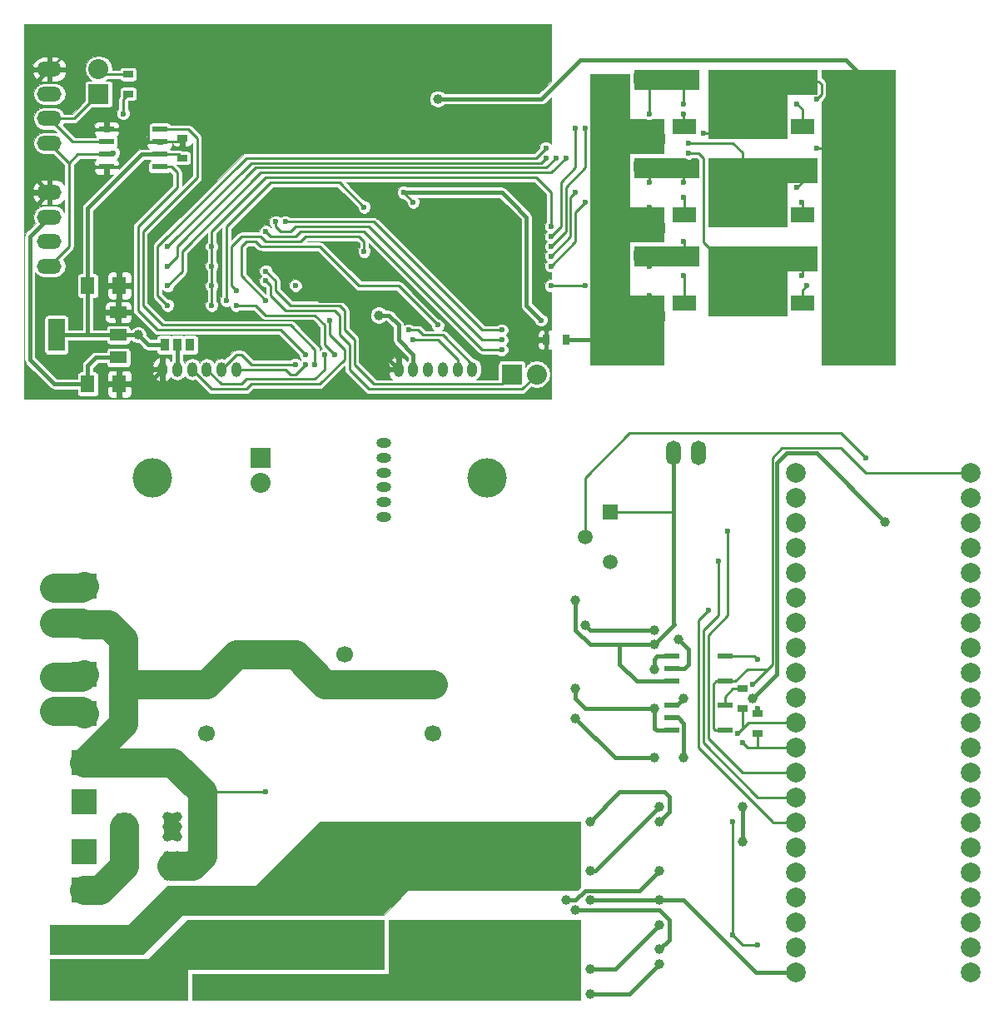
<source format=gbr>
G04 #@! TF.FileFunction,Copper,L2,Bot,Signal*
%FSLAX46Y46*%
G04 Gerber Fmt 4.6, Leading zero omitted, Abs format (unit mm)*
G04 Created by KiCad (PCBNEW 4.0.7) date 07/09/18 09:37:44*
%MOMM*%
%LPD*%
G01*
G04 APERTURE LIST*
%ADD10C,0.100000*%
%ADD11R,0.965200X1.270000*%
%ADD12O,2.500000X1.500000*%
%ADD13O,1.000000X1.524000*%
%ADD14R,2.032000X2.032000*%
%ADD15O,2.032000X2.032000*%
%ADD16R,2.400000X1.500000*%
%ADD17R,7.000240X7.000240*%
%ADD18R,1.550000X0.600000*%
%ADD19R,1.700000X1.200000*%
%ADD20R,1.700000X3.300000*%
%ADD21R,1.400000X1.800000*%
%ADD22R,1.000000X0.700000*%
%ADD23O,1.524000X1.000000*%
%ADD24R,1.501140X2.700020*%
%ADD25R,2.499360X2.499360*%
%ADD26C,2.000000*%
%ADD27R,1.699260X1.300480*%
%ADD28O,1.500000X2.500000*%
%ADD29C,1.510000*%
%ADD30R,1.510000X1.510000*%
%ADD31C,1.700000*%
%ADD32R,1.700000X1.700000*%
%ADD33R,3.200000X1.000000*%
%ADD34R,0.700000X1.000000*%
%ADD35C,4.000000*%
%ADD36C,0.600000*%
%ADD37C,1.000000*%
%ADD38C,0.250000*%
%ADD39C,0.400000*%
%ADD40C,3.000000*%
%ADD41C,0.026000*%
G04 APERTURE END LIST*
D10*
D11*
X17270000Y-33000000D03*
X16000000Y-33000000D03*
X14730000Y-33000000D03*
D12*
X3000000Y-25000000D03*
X3000000Y-22500000D03*
X3000000Y-20000000D03*
X3000000Y-17500000D03*
X3000000Y-12500000D03*
X3000000Y-10000000D03*
X3000000Y-7500000D03*
X3000000Y-5000000D03*
D13*
X14500000Y-35500000D03*
X16000000Y-35500000D03*
X17500000Y-35500000D03*
X19000000Y-35500000D03*
X20500000Y-35500000D03*
X22000000Y-35500000D03*
D14*
X8000000Y-7500000D03*
D15*
X8000000Y-4960000D03*
D16*
X79550000Y-10800000D03*
X79550000Y-6200000D03*
D17*
X85449320Y-8500000D03*
D16*
X67550000Y-10800000D03*
X67550000Y-6200000D03*
D17*
X73449320Y-8500000D03*
D16*
X79550000Y-19800000D03*
X79550000Y-15200000D03*
D17*
X85449320Y-17500000D03*
D16*
X67550000Y-19800000D03*
X67550000Y-15200000D03*
D17*
X73449320Y-17500000D03*
D16*
X79550000Y-28800000D03*
X79550000Y-24200000D03*
D17*
X85449320Y-26500000D03*
D16*
X67550000Y-28800000D03*
X67550000Y-24200000D03*
D17*
X73449320Y-26500000D03*
D18*
X14200000Y-11095000D03*
X14200000Y-12365000D03*
X14200000Y-13635000D03*
X14200000Y-14905000D03*
X8800000Y-14905000D03*
X8800000Y-13635000D03*
X8800000Y-12365000D03*
X8800000Y-11095000D03*
D19*
X10000000Y-29700000D03*
X10000000Y-32000000D03*
X10000000Y-34300000D03*
D20*
X3700000Y-32000000D03*
D21*
X6900000Y-27000000D03*
X10100000Y-27000000D03*
X6900000Y-37000000D03*
X10100000Y-37000000D03*
D22*
X16500000Y-12000000D03*
X16500000Y-14000000D03*
X11000000Y-7500000D03*
X11000000Y-5500000D03*
D13*
X38500000Y-35500000D03*
X40000000Y-35500000D03*
X41500000Y-35500000D03*
X43000000Y-35500000D03*
X44500000Y-35500000D03*
X46000000Y-35500000D03*
D14*
X50000000Y-36000000D03*
D15*
X52540000Y-36000000D03*
D23*
X37000000Y-43000000D03*
X37000000Y-44500000D03*
X37000000Y-46000000D03*
X37000000Y-47500000D03*
X37000000Y-49000000D03*
X37000000Y-50500000D03*
D14*
X24500000Y-44500000D03*
D15*
X24500000Y-47040000D03*
D24*
X15400300Y-86000000D03*
X10599700Y-86000000D03*
X10599700Y-82000000D03*
X15400300Y-82000000D03*
D25*
X6500000Y-66531500D03*
X6500000Y-70468500D03*
X6500000Y-75531500D03*
X6500000Y-79468500D03*
D26*
X78880000Y-46020000D03*
X78880000Y-48560000D03*
X78880000Y-51100000D03*
X78880000Y-53640000D03*
X78880000Y-56180000D03*
X78880000Y-58720000D03*
X78880000Y-61260000D03*
X78880000Y-63800000D03*
X78880000Y-66340000D03*
X78880000Y-68880000D03*
X78880000Y-71420000D03*
X78880000Y-73960000D03*
X78880000Y-76500000D03*
X78880000Y-79040000D03*
X78880000Y-81580000D03*
X78880000Y-84120000D03*
X78880000Y-86660000D03*
X78880000Y-89200000D03*
X78880000Y-91740000D03*
X78880000Y-94280000D03*
X78880000Y-96820000D03*
X96660000Y-96820000D03*
X96660000Y-94280000D03*
X96660000Y-91740000D03*
X96660000Y-89200000D03*
X96660000Y-86660000D03*
X96660000Y-84120000D03*
X96660000Y-81580000D03*
X96660000Y-79040000D03*
X96660000Y-76500000D03*
X96660000Y-73960000D03*
X96660000Y-71420000D03*
X96660000Y-68880000D03*
X96660000Y-66340000D03*
X96660000Y-63800000D03*
X96660000Y-61260000D03*
X96660000Y-58720000D03*
X96660000Y-56180000D03*
X96660000Y-53640000D03*
X96660000Y-51100000D03*
X96660000Y-48560000D03*
X96660000Y-46020000D03*
D25*
X6500000Y-93531500D03*
X6500000Y-97468500D03*
X6500000Y-57531500D03*
X6500000Y-61468500D03*
X6500000Y-84531500D03*
X6500000Y-88468500D03*
D27*
X3500000Y-70250060D03*
X3500000Y-66749940D03*
X3500000Y-61250060D03*
X3500000Y-57749940D03*
D28*
X69000000Y-44000000D03*
X66500000Y-44000000D03*
D29*
X60000000Y-55080000D03*
D30*
X60000000Y-50000000D03*
D29*
X57460000Y-52540000D03*
D31*
X19000000Y-72500000D03*
D32*
X19000000Y-67500000D03*
D31*
X33000000Y-64500000D03*
D32*
X28000000Y-64500000D03*
D31*
X42000000Y-72500000D03*
D32*
X42000000Y-67500000D03*
D33*
X64000000Y-5900000D03*
X64000000Y-12100000D03*
X64000000Y-14900000D03*
X64000000Y-21100000D03*
X64000000Y-23900000D03*
X64000000Y-30100000D03*
D18*
X71700000Y-69695000D03*
X71700000Y-72235000D03*
X66300000Y-72235000D03*
X66300000Y-70965000D03*
X66300000Y-69695000D03*
X71700000Y-64695000D03*
X71700000Y-67235000D03*
X66300000Y-67235000D03*
X66300000Y-65965000D03*
X66300000Y-64695000D03*
D22*
X73500000Y-68000000D03*
X73500000Y-70000000D03*
X75000000Y-70500000D03*
X75000000Y-72500000D03*
D34*
X55500000Y-32500000D03*
X53500000Y-32500000D03*
D35*
X13500000Y-46500000D03*
X47500000Y-46500000D03*
D36*
X23500000Y-23500000D03*
X34000000Y-23000000D03*
X34500000Y-12000000D03*
X42000000Y-22000000D03*
X45000000Y-25000000D03*
D37*
X1000000Y-19500000D03*
X10000000Y-30000000D03*
D36*
X30000000Y-8000000D03*
X33000000Y-8000000D03*
X45500000Y-33000000D03*
X27000000Y-27000000D03*
X28000000Y-26000000D03*
X29000000Y-27000000D03*
X28000000Y-28000000D03*
X36000000Y-26000000D03*
X36500000Y-20000000D03*
X36500000Y-18000000D03*
D37*
X45000000Y-23237437D03*
X43762563Y-22000000D03*
X46237437Y-22000000D03*
X45000000Y-20762563D03*
X46500000Y-29500000D03*
X36500000Y-30000000D03*
D36*
X28000000Y-27000000D03*
D37*
X12000000Y-32000000D03*
D36*
X9500000Y-13500000D03*
X10500000Y-9500000D03*
X31500000Y-30500000D03*
X31000000Y-34000000D03*
X28000000Y-35000000D03*
X29000000Y-35000000D03*
X29000000Y-34000000D03*
X30000000Y-35000000D03*
D37*
X59500000Y-34000000D03*
X60500000Y-34000000D03*
X61500000Y-34000000D03*
X62500000Y-34000000D03*
X61500000Y-33000000D03*
X60500000Y-33000000D03*
X59500000Y-33000000D03*
X58500000Y-33000000D03*
X58500000Y-34000000D03*
X58500000Y-32000000D03*
X59500000Y-32000000D03*
X60500000Y-32000000D03*
X61500000Y-32000000D03*
X62500000Y-32000000D03*
X63500000Y-32000000D03*
X64500000Y-32000000D03*
X64500000Y-33000000D03*
X64500000Y-34000000D03*
X63500000Y-34000000D03*
X63500000Y-33000000D03*
X62500000Y-33000000D03*
D36*
X58500000Y-24000000D03*
X54000000Y-21000000D03*
X64000000Y-28000000D03*
X57500000Y-27000000D03*
X54000000Y-27000000D03*
X57500000Y-11000000D03*
X64000000Y-10500000D03*
X19500000Y-29000000D03*
X19500000Y-27000000D03*
X19500000Y-25000000D03*
X19500000Y-23000000D03*
X54000000Y-25000000D03*
X57500000Y-18500000D03*
X54000000Y-23000000D03*
X64000000Y-19000000D03*
X79000000Y-8500000D03*
D37*
X70500000Y-9500000D03*
X70500000Y-8500000D03*
X70500000Y-7500000D03*
X71500000Y-7500000D03*
X71500000Y-8500000D03*
X72500000Y-8500000D03*
X72500000Y-7500000D03*
X73500000Y-7500000D03*
X73500000Y-8500000D03*
X74500000Y-8500000D03*
X74500000Y-7500000D03*
X72500000Y-11500000D03*
X72500000Y-10500000D03*
X73500000Y-10500000D03*
X74500000Y-10500000D03*
X74500000Y-9500000D03*
X73500000Y-9500000D03*
X72500000Y-9500000D03*
X71500000Y-9500000D03*
X71500000Y-10500000D03*
X70500000Y-6500000D03*
X71500000Y-6500000D03*
X72500000Y-6500000D03*
X73500000Y-6500000D03*
X74500000Y-6500000D03*
X75500000Y-6500000D03*
X75500000Y-7500000D03*
X75500000Y-8500000D03*
X75500000Y-9500000D03*
X75500000Y-10500000D03*
X75500000Y-11500000D03*
X74500000Y-11500000D03*
X73500000Y-11500000D03*
D36*
X53500000Y-14000000D03*
X69500000Y-11500000D03*
X15000000Y-23000000D03*
X81000000Y-8000000D03*
D37*
X82000000Y-32000000D03*
X82000000Y-33000000D03*
X82000000Y-34000000D03*
X42500000Y-8000000D03*
X87000000Y-33000000D03*
X87000000Y-32000000D03*
X86000000Y-32000000D03*
X86000000Y-33000000D03*
X86000000Y-34000000D03*
X85000000Y-34000000D03*
X85000000Y-33000000D03*
X85000000Y-32000000D03*
X84000000Y-32000000D03*
X84000000Y-33000000D03*
X84000000Y-34000000D03*
X83000000Y-34000000D03*
X83000000Y-33000000D03*
X83000000Y-32000000D03*
X88000000Y-32000000D03*
X88000000Y-33000000D03*
X88000000Y-34000000D03*
X87000000Y-34000000D03*
X88000000Y-6000000D03*
X88000000Y-7500000D03*
X88000000Y-9000000D03*
X88000000Y-10500000D03*
X88000000Y-12000000D03*
X88000000Y-13500000D03*
X88000000Y-15000000D03*
X88000000Y-16500000D03*
X88000000Y-18000000D03*
X88000000Y-19500000D03*
X88000000Y-21000000D03*
X88000000Y-22500000D03*
X88000000Y-24000000D03*
X88000000Y-25500000D03*
X88000000Y-27000000D03*
X88000000Y-28500000D03*
X88000000Y-30000000D03*
D36*
X81000000Y-13000000D03*
X15000000Y-29000000D03*
X53500000Y-13000000D03*
X67500000Y-9500000D03*
X54000000Y-22000000D03*
X56500000Y-11000000D03*
X64000000Y-9500000D03*
X67500000Y-8500000D03*
X79500000Y-18500000D03*
D37*
X71000000Y-18500000D03*
X71000000Y-17500000D03*
X71000000Y-16500000D03*
X72000000Y-16500000D03*
X72000000Y-17500000D03*
X73000000Y-17500000D03*
X73000000Y-16500000D03*
X74000000Y-16500000D03*
X74000000Y-17500000D03*
X75000000Y-17500000D03*
X75000000Y-16500000D03*
X76000000Y-16500000D03*
X76000000Y-17500000D03*
X75000000Y-18500000D03*
X74000000Y-19500000D03*
X73000000Y-19500000D03*
X72000000Y-19500000D03*
X72000000Y-18500000D03*
X73000000Y-18500000D03*
X74000000Y-18500000D03*
X76000000Y-14500000D03*
X75000000Y-14500000D03*
X74000000Y-14500000D03*
X73000000Y-14500000D03*
X72000000Y-14500000D03*
X71000000Y-14500000D03*
X71000000Y-15500000D03*
X72000000Y-15500000D03*
X73000000Y-15500000D03*
X74000000Y-15500000D03*
X75000000Y-15500000D03*
X76000000Y-15500000D03*
D36*
X54500000Y-14000000D03*
X68000000Y-12500000D03*
X15000000Y-25000000D03*
X79000000Y-17000000D03*
X67500000Y-18000000D03*
X54000000Y-24000000D03*
X56500000Y-17500000D03*
X64000000Y-16500000D03*
X67500000Y-16500000D03*
X80000000Y-27000000D03*
D37*
X70500000Y-26000000D03*
X70500000Y-25000000D03*
X71500000Y-25000000D03*
X71500000Y-26000000D03*
X72500000Y-26000000D03*
X72500000Y-25000000D03*
X73500000Y-25000000D03*
X73500000Y-26000000D03*
X74500000Y-26000000D03*
X74500000Y-25000000D03*
X75500000Y-25000000D03*
X75500000Y-26000000D03*
X75500000Y-29000000D03*
X74500000Y-29000000D03*
X73500000Y-29000000D03*
X72500000Y-29000000D03*
X71500000Y-29000000D03*
X70500000Y-29000000D03*
X70500000Y-28000000D03*
X71500000Y-28000000D03*
X72500000Y-28000000D03*
X73500000Y-28000000D03*
X74500000Y-28000000D03*
X75500000Y-28000000D03*
X75500000Y-27000000D03*
X74500000Y-27000000D03*
X73500000Y-27000000D03*
X72500000Y-27000000D03*
X71500000Y-27000000D03*
X70500000Y-27000000D03*
X70500000Y-24000000D03*
X71500000Y-24000000D03*
X72500000Y-24000000D03*
X73500000Y-24000000D03*
X74500000Y-24000000D03*
X75500000Y-24000000D03*
X76500000Y-24000000D03*
X76500000Y-25000000D03*
X76500000Y-26000000D03*
X76500000Y-27000000D03*
X76500000Y-28000000D03*
X76500000Y-29000000D03*
D36*
X55500000Y-14000000D03*
X68000000Y-13500000D03*
X15000000Y-27000000D03*
X79500000Y-26000000D03*
X67500000Y-26000000D03*
X64000000Y-25000000D03*
X67500000Y-22500000D03*
X53000000Y-30500000D03*
X39000000Y-17500000D03*
X40000000Y-18500000D03*
X27000000Y-20500000D03*
X49000000Y-31500000D03*
X26000000Y-20500000D03*
X49000000Y-32500000D03*
X49000000Y-33500000D03*
X25000000Y-21500000D03*
X21000000Y-28500000D03*
X35000000Y-19000000D03*
X22000000Y-29000000D03*
X32000000Y-34000000D03*
X40000000Y-32500000D03*
X39500000Y-31500000D03*
X25000000Y-25500000D03*
X25000000Y-26500000D03*
D37*
X16000000Y-85000000D03*
X16000000Y-86000000D03*
X16000000Y-87000000D03*
X15000000Y-87000000D03*
X15000000Y-86000000D03*
X15000000Y-85000000D03*
D36*
X25000000Y-78500000D03*
D37*
X36000000Y-90500000D03*
X36000000Y-89500000D03*
X36000000Y-88500000D03*
X36000000Y-87500000D03*
X36000000Y-86500000D03*
X36000000Y-85500000D03*
X36000000Y-84500000D03*
X36000000Y-83500000D03*
X36000000Y-82500000D03*
X51000000Y-83000000D03*
X51000000Y-84000000D03*
X51000000Y-85000000D03*
X51000000Y-86000000D03*
X51000000Y-87000000D03*
X49000000Y-82000000D03*
X48000000Y-82000000D03*
X47000000Y-82000000D03*
X47000000Y-83000000D03*
X47000000Y-84000000D03*
X48000000Y-84000000D03*
X48000000Y-83000000D03*
X49000000Y-83000000D03*
X49000000Y-84000000D03*
X49000000Y-85000000D03*
X48000000Y-85000000D03*
X47000000Y-85000000D03*
X50000000Y-87000000D03*
X50000000Y-86000000D03*
X50000000Y-85000000D03*
X50000000Y-84000000D03*
X50000000Y-83000000D03*
X50000000Y-82000000D03*
X51000000Y-82000000D03*
X52000000Y-82000000D03*
X53000000Y-82000000D03*
X54000000Y-82000000D03*
X55000000Y-82000000D03*
X56000000Y-82000000D03*
X56000000Y-83000000D03*
X56000000Y-84000000D03*
X56000000Y-85000000D03*
X56000000Y-86000000D03*
X56000000Y-87000000D03*
X56000000Y-88000000D03*
X55000000Y-88000000D03*
X54000000Y-88000000D03*
X53000000Y-88000000D03*
X52000000Y-88000000D03*
X51000000Y-88000000D03*
X50000000Y-88000000D03*
X36000000Y-96000000D03*
X35000000Y-96000000D03*
X34000000Y-96000000D03*
X33000000Y-96000000D03*
X32000000Y-96000000D03*
X31000000Y-96000000D03*
X30000000Y-96000000D03*
X29000000Y-96000000D03*
X28000000Y-96000000D03*
X27000000Y-96000000D03*
X26000000Y-96000000D03*
X25000000Y-96000000D03*
X24000000Y-96000000D03*
X23000000Y-96000000D03*
X22000000Y-96000000D03*
X21000000Y-96000000D03*
X20000000Y-96000000D03*
X19000000Y-96000000D03*
X18000000Y-96000000D03*
X73500000Y-80000000D03*
X73500000Y-83500000D03*
X64500000Y-75000000D03*
X56500000Y-71000000D03*
X58000000Y-99000000D03*
X65000000Y-96000000D03*
X65000000Y-86500000D03*
X55500000Y-89500000D03*
X65000000Y-80000000D03*
X58000000Y-86500000D03*
D36*
X75000000Y-94000000D03*
X72500000Y-93000000D03*
X72500000Y-81500000D03*
D37*
X15000000Y-81000000D03*
X16000000Y-81000000D03*
X16000000Y-82000000D03*
X16000000Y-83000000D03*
X15000000Y-83000000D03*
X15000000Y-82000000D03*
D36*
X74500000Y-67500000D03*
D37*
X56500000Y-68000000D03*
X64500000Y-70000000D03*
X64500000Y-63500000D03*
X56500000Y-59000000D03*
X65000000Y-81500000D03*
X58000000Y-81500000D03*
X65000000Y-89500000D03*
X58000000Y-89500000D03*
X74500000Y-69000000D03*
X88000000Y-51000000D03*
X48000000Y-93000000D03*
X48000000Y-94000000D03*
X50000000Y-93000000D03*
X50000000Y-94000000D03*
X50000000Y-95000000D03*
X51000000Y-96000000D03*
X51000000Y-97000000D03*
X51000000Y-93000000D03*
X51000000Y-94000000D03*
X51000000Y-95000000D03*
X49000000Y-93000000D03*
X49000000Y-94000000D03*
X52000000Y-92000000D03*
X53000000Y-92000000D03*
X54000000Y-92000000D03*
X55000000Y-92000000D03*
X47000000Y-94000000D03*
X47000000Y-93000000D03*
X47000000Y-92000000D03*
X48000000Y-92000000D03*
X49000000Y-92000000D03*
X50000000Y-92000000D03*
X51000000Y-92000000D03*
X56000000Y-92000000D03*
X56000000Y-93000000D03*
X56000000Y-94000000D03*
X56000000Y-95000000D03*
X56000000Y-96000000D03*
X56000000Y-97000000D03*
X56000000Y-98000000D03*
X55000000Y-98000000D03*
X54000000Y-98000000D03*
X53000000Y-98000000D03*
X52000000Y-98000000D03*
X51000000Y-98000000D03*
X50000000Y-98000000D03*
X50000000Y-97000000D03*
X50000000Y-96000000D03*
X49000000Y-95000000D03*
X48000000Y-95000000D03*
X47000000Y-95000000D03*
X29000000Y-97500000D03*
X30000000Y-97500000D03*
X31000000Y-97500000D03*
X32000000Y-97500000D03*
X33000000Y-97500000D03*
X34000000Y-97500000D03*
X35000000Y-97500000D03*
X36000000Y-97500000D03*
X27000000Y-99000000D03*
X28000000Y-99000000D03*
X29000000Y-99000000D03*
X30000000Y-99000000D03*
X31000000Y-99000000D03*
X32000000Y-99000000D03*
X33000000Y-99000000D03*
X34000000Y-99000000D03*
X35000000Y-99000000D03*
X36000000Y-99000000D03*
X18000000Y-99000000D03*
X26000000Y-99000000D03*
X25000000Y-99000000D03*
X24000000Y-99000000D03*
X23000000Y-99000000D03*
X22000000Y-99000000D03*
X21000000Y-99000000D03*
X20000000Y-99000000D03*
X19000000Y-99000000D03*
X18000000Y-97500000D03*
X19000000Y-97500000D03*
X20000000Y-97500000D03*
X21000000Y-97500000D03*
X22000000Y-97500000D03*
X23000000Y-97500000D03*
X24000000Y-97500000D03*
X25000000Y-97500000D03*
X26000000Y-97500000D03*
X27000000Y-97500000D03*
X28000000Y-97500000D03*
X65000000Y-94500000D03*
X56500000Y-90500000D03*
X67500000Y-69000000D03*
X64500000Y-66000000D03*
X58000000Y-96500000D03*
X65000000Y-92000000D03*
X57500000Y-61500000D03*
X64500000Y-62000000D03*
X67500000Y-75000000D03*
X67000000Y-63000000D03*
D36*
X73000000Y-72500000D03*
X73500000Y-73500000D03*
X22000000Y-27500000D03*
X35000000Y-23500000D03*
X86000000Y-44500000D03*
X72000000Y-52000000D03*
X71000000Y-55000000D03*
X70000000Y-60000000D03*
X42500000Y-31000000D03*
X25000000Y-28500000D03*
X75000000Y-70000000D03*
X75000000Y-65000000D03*
D38*
X23500000Y-23500000D02*
X24500000Y-23500000D01*
X24500000Y-23500000D02*
X27000000Y-26000000D01*
D39*
X29000000Y-27000000D02*
X30500000Y-28500000D01*
X30500000Y-28500000D02*
X34500000Y-28500000D01*
X34500000Y-28500000D02*
X35500000Y-29500000D01*
X53500000Y-32500000D02*
X52500000Y-32500000D01*
X49500000Y-29500000D02*
X46500000Y-29500000D01*
X52500000Y-32500000D02*
X49500000Y-29500000D01*
D38*
X41792893Y-23292893D02*
X41500000Y-23000000D01*
X41500000Y-22500000D02*
X42000000Y-22000000D01*
X41500000Y-23000000D02*
X41500000Y-22500000D01*
X36000000Y-26000000D02*
X38500000Y-26000000D01*
X36000000Y-26000000D02*
X34500000Y-26000000D01*
X34500000Y-26000000D02*
X34000000Y-25500000D01*
X34000000Y-25500000D02*
X34000000Y-23000000D01*
X33000000Y-8000000D02*
X34500000Y-9500000D01*
X34500000Y-9500000D02*
X34500000Y-12000000D01*
X27000000Y-27000000D02*
X27000000Y-26000000D01*
D39*
X35500000Y-32500000D02*
X38500000Y-35500000D01*
X35500000Y-29500000D02*
X35500000Y-32500000D01*
D38*
X45000000Y-25000000D02*
X42000000Y-22000000D01*
D39*
X3000000Y-17500000D02*
X1000000Y-19500000D01*
D38*
X13000000Y-12365000D02*
X13000000Y-5500000D01*
X4500000Y-3500000D02*
X3000000Y-5000000D01*
X11000000Y-3500000D02*
X4500000Y-3500000D01*
X13000000Y-5500000D02*
X11000000Y-3500000D01*
D39*
X10000000Y-30000000D02*
X10000000Y-29700000D01*
X10100000Y-37000000D02*
X13000000Y-37000000D01*
X13000000Y-37000000D02*
X14500000Y-35500000D01*
D38*
X33000000Y-8000000D02*
X30000000Y-8000000D01*
X45500000Y-33000000D02*
X40500000Y-28000000D01*
X40500000Y-28000000D02*
X38500000Y-26000000D01*
D39*
X10000000Y-29700000D02*
X10000000Y-27100000D01*
X10000000Y-27100000D02*
X10100000Y-27000000D01*
D38*
X14200000Y-12365000D02*
X16135000Y-12365000D01*
X16135000Y-12365000D02*
X16500000Y-12000000D01*
X14200000Y-12365000D02*
X13000000Y-12365000D01*
X13000000Y-12365000D02*
X10500000Y-12365000D01*
X10500000Y-12365000D02*
X10500000Y-12500000D01*
X8800000Y-14905000D02*
X10095000Y-14905000D01*
X10095000Y-11095000D02*
X8800000Y-11095000D01*
X10500000Y-11500000D02*
X10095000Y-11095000D01*
X10500000Y-14500000D02*
X10500000Y-12500000D01*
X10500000Y-12500000D02*
X10500000Y-11500000D01*
X10095000Y-14905000D02*
X10500000Y-14500000D01*
D39*
X3000000Y-5000000D02*
X1000000Y-7000000D01*
X1000000Y-7000000D02*
X1000000Y-15500000D01*
X1000000Y-15500000D02*
X3000000Y-17500000D01*
D38*
X28000000Y-28000000D02*
X27000000Y-27000000D01*
X29000000Y-27000000D02*
X28000000Y-26000000D01*
X28000000Y-28000000D02*
X29000000Y-27000000D01*
D39*
X45000000Y-23237437D02*
X46500000Y-24737437D01*
D38*
X36500000Y-20000000D02*
X36500000Y-19500000D01*
D39*
X43762563Y-22000000D02*
X46237437Y-22000000D01*
X45000000Y-23237437D02*
X45000000Y-20762563D01*
X45000000Y-23237437D02*
X46237437Y-22000000D01*
X46237437Y-22000000D02*
X45000000Y-20762563D01*
X45000000Y-20762563D02*
X43762563Y-22000000D01*
X43762563Y-22000000D02*
X45000000Y-23237437D01*
D38*
X43762563Y-22000000D02*
X42762563Y-21000000D01*
X36500000Y-19500000D02*
X36500000Y-18000000D01*
X38000000Y-21000000D02*
X36500000Y-19500000D01*
X42762563Y-21000000D02*
X38000000Y-21000000D01*
X45000000Y-23237437D02*
X45000000Y-23000000D01*
X43762563Y-22000000D02*
X44000000Y-22000000D01*
D39*
X46237437Y-22000000D02*
X46000000Y-22000000D01*
X45000000Y-20762563D02*
X45000000Y-21000000D01*
D38*
X43207107Y-24707107D02*
X44500000Y-26000000D01*
X44500000Y-26000000D02*
X46500000Y-26000000D01*
D39*
X46500000Y-24737437D02*
X46500000Y-26000000D01*
X46500000Y-26000000D02*
X46500000Y-29500000D01*
X36500000Y-30000000D02*
X37500000Y-30000000D01*
X37500000Y-30000000D02*
X38500000Y-31000000D01*
X38500000Y-31000000D02*
X38500000Y-32500000D01*
X40000000Y-35500000D02*
X40000000Y-34000000D01*
X40000000Y-34000000D02*
X38500000Y-32500000D01*
X14730000Y-33000000D02*
X13000000Y-33000000D01*
X13000000Y-33000000D02*
X12000000Y-32000000D01*
X10000000Y-32000000D02*
X12000000Y-32000000D01*
X6900000Y-27000000D02*
X6900000Y-19100000D01*
X12365000Y-13635000D02*
X14200000Y-13635000D01*
X6900000Y-19100000D02*
X12365000Y-13635000D01*
X6900000Y-27000000D02*
X6900000Y-32000000D01*
X6900000Y-32000000D02*
X7000000Y-32000000D01*
X3700000Y-32000000D02*
X7000000Y-32000000D01*
X7000000Y-32000000D02*
X10000000Y-32000000D01*
D38*
X14200000Y-13635000D02*
X16135000Y-13635000D01*
X16135000Y-13635000D02*
X16500000Y-14000000D01*
D39*
X3000000Y-20000000D02*
X1000000Y-22000000D01*
X3500000Y-37000000D02*
X6900000Y-37000000D01*
X1000000Y-34500000D02*
X3500000Y-37000000D01*
X1000000Y-22000000D02*
X1000000Y-34500000D01*
X6900000Y-37000000D02*
X6900000Y-35100000D01*
X6900000Y-35100000D02*
X7700000Y-34300000D01*
X7700000Y-34300000D02*
X10000000Y-34300000D01*
X16000000Y-35500000D02*
X16000000Y-33000000D01*
D38*
X11000000Y-7500000D02*
X10500000Y-8000000D01*
X9500000Y-13500000D02*
X8935000Y-13500000D01*
X10500000Y-8000000D02*
X10500000Y-9500000D01*
X8935000Y-13500000D02*
X8800000Y-13635000D01*
X5000000Y-14500000D02*
X5865000Y-13635000D01*
X5865000Y-13635000D02*
X8800000Y-13635000D01*
X3000000Y-25000000D02*
X5000000Y-23000000D01*
X5000000Y-14500000D02*
X3000000Y-12500000D01*
X5000000Y-23000000D02*
X5000000Y-14500000D01*
X3000000Y-10000000D02*
X5500000Y-10000000D01*
X5500000Y-10000000D02*
X8000000Y-7500000D01*
X3000000Y-10000000D02*
X5365000Y-12365000D01*
X5365000Y-12365000D02*
X8800000Y-12365000D01*
X23000000Y-37500000D02*
X23500000Y-37000000D01*
X23500000Y-37000000D02*
X30500000Y-37000000D01*
X33000000Y-34500000D02*
X30500000Y-37000000D01*
X33000000Y-33500000D02*
X33000000Y-34500000D01*
X31500000Y-32000000D02*
X33000000Y-33500000D01*
X31500000Y-30500000D02*
X31500000Y-32000000D01*
X19500000Y-37500000D02*
X17500000Y-35500000D01*
X23000000Y-37500000D02*
X19500000Y-37500000D01*
X22500000Y-37000000D02*
X23000000Y-36500000D01*
X23000000Y-36500000D02*
X30000000Y-36500000D01*
X30000000Y-36500000D02*
X31000000Y-35500000D01*
X19000000Y-35500000D02*
X20500000Y-37000000D01*
X31000000Y-35500000D02*
X31000000Y-34000000D01*
X20500000Y-37000000D02*
X22500000Y-37000000D01*
X28000000Y-35000000D02*
X23500000Y-35000000D01*
X22000000Y-34000000D02*
X20500000Y-35500000D01*
X22500000Y-34000000D02*
X22000000Y-34000000D01*
X23500000Y-35000000D02*
X22500000Y-34000000D01*
X22000000Y-35500000D02*
X27000000Y-35500000D01*
X27000000Y-35500000D02*
X27500000Y-36000000D01*
X27500000Y-36000000D02*
X28000000Y-36000000D01*
X28000000Y-36000000D02*
X29000000Y-35000000D01*
X8000000Y-4960000D02*
X8540000Y-5500000D01*
X8540000Y-5500000D02*
X11000000Y-5500000D01*
X14200000Y-14905000D02*
X15405000Y-14905000D01*
X26500000Y-31500000D02*
X14000000Y-31500000D01*
X14000000Y-31500000D02*
X12000000Y-29500000D01*
X12000000Y-29500000D02*
X12000000Y-21000000D01*
X29000000Y-34000000D02*
X26500000Y-31500000D01*
X16000000Y-17000000D02*
X12000000Y-21000000D01*
X16000000Y-15500000D02*
X16000000Y-17000000D01*
X15405000Y-14905000D02*
X16000000Y-15500000D01*
X12500000Y-21500000D02*
X18000000Y-16000000D01*
X30000000Y-33500000D02*
X27500000Y-31000000D01*
X27500000Y-31000000D02*
X14500000Y-31000000D01*
X14500000Y-31000000D02*
X12500000Y-29000000D01*
X12500000Y-29000000D02*
X12500000Y-21500000D01*
X30000000Y-35000000D02*
X30000000Y-33500000D01*
X17095000Y-11095000D02*
X14200000Y-11095000D01*
X18000000Y-12000000D02*
X17095000Y-11095000D01*
X18000000Y-16000000D02*
X18000000Y-12000000D01*
X59500000Y-34000000D02*
X60500000Y-34000000D01*
X61500000Y-34000000D02*
X62500000Y-34000000D01*
X62500000Y-33000000D02*
X61500000Y-33000000D01*
X60500000Y-33000000D02*
X59500000Y-33000000D01*
X58500000Y-33000000D02*
X58500000Y-34000000D01*
X59500000Y-32000000D02*
X60500000Y-32000000D01*
X61500000Y-32000000D02*
X62500000Y-32000000D01*
X63500000Y-32000000D02*
X64500000Y-32000000D01*
X64500000Y-33000000D02*
X64500000Y-34000000D01*
X63500000Y-34000000D02*
X63500000Y-33000000D01*
X54000000Y-21000000D02*
X54000000Y-17500000D01*
X52500000Y-16000000D02*
X49000000Y-16000000D01*
X54000000Y-17500000D02*
X52500000Y-16000000D01*
X19500000Y-23000000D02*
X19500000Y-21500000D01*
X25000000Y-16000000D02*
X49000000Y-16000000D01*
X19500000Y-21500000D02*
X25000000Y-16000000D01*
X64000000Y-28000000D02*
X64000000Y-30100000D01*
X54000000Y-27000000D02*
X57500000Y-27000000D01*
D39*
X55500000Y-32500000D02*
X58000000Y-32500000D01*
X60400000Y-30100000D02*
X64000000Y-30100000D01*
X58000000Y-32500000D02*
X58500000Y-32000000D01*
X58500000Y-32000000D02*
X60400000Y-30100000D01*
D38*
X57500000Y-15000000D02*
X55500000Y-17000000D01*
X57500000Y-11000000D02*
X57500000Y-15000000D01*
X64000000Y-10500000D02*
X64000000Y-10950000D01*
X19500000Y-27000000D02*
X19500000Y-29000000D01*
X19500000Y-25000000D02*
X19500000Y-27000000D01*
X19500000Y-23000000D02*
X19500000Y-25000000D01*
X56500000Y-22500000D02*
X54000000Y-25000000D01*
X56500000Y-19500000D02*
X56500000Y-22500000D01*
X57500000Y-18500000D02*
X56500000Y-19500000D01*
X55500000Y-21500000D02*
X55500000Y-17000000D01*
X54000000Y-23000000D02*
X55500000Y-21500000D01*
X64000000Y-19000000D02*
X64000000Y-19950000D01*
X79000000Y-8500000D02*
X79550000Y-9050000D01*
X79550000Y-9050000D02*
X79550000Y-10800000D01*
X79550000Y-10800000D02*
X79550000Y-9050000D01*
X80000000Y-10350000D02*
X79550000Y-10800000D01*
X73449320Y-8500000D02*
X72449320Y-9500000D01*
X72449320Y-9500000D02*
X70500000Y-9500000D01*
X70500000Y-8500000D02*
X70500000Y-7500000D01*
X71500000Y-7500000D02*
X71500000Y-8500000D01*
X72500000Y-8500000D02*
X72500000Y-7500000D01*
X73500000Y-7500000D02*
X73500000Y-8500000D01*
X74500000Y-8500000D02*
X74500000Y-7500000D01*
X72500000Y-11500000D02*
X72500000Y-10500000D01*
X73500000Y-10500000D02*
X74500000Y-10500000D01*
X74500000Y-9500000D02*
X73500000Y-9500000D01*
X72500000Y-9500000D02*
X71500000Y-9500000D01*
X71500000Y-10500000D02*
X73449320Y-8500000D01*
X73449320Y-8500000D02*
X71449320Y-6500000D01*
X71449320Y-6500000D02*
X70500000Y-6500000D01*
X71500000Y-6500000D02*
X72500000Y-6500000D01*
X73500000Y-6500000D02*
X74500000Y-6500000D01*
X75500000Y-6500000D02*
X75500000Y-7500000D01*
X75500000Y-8500000D02*
X75500000Y-9500000D01*
X75500000Y-10500000D02*
X75500000Y-11500000D01*
X74500000Y-11500000D02*
X73500000Y-11500000D01*
X53000000Y-14500000D02*
X23500000Y-14500000D01*
X53500000Y-14000000D02*
X53000000Y-14500000D01*
X73449320Y-8500000D02*
X70449320Y-11500000D01*
X70449320Y-11500000D02*
X69500000Y-11500000D01*
X15000000Y-23000000D02*
X23500000Y-14500000D01*
X81200000Y-6200000D02*
X79550000Y-6200000D01*
X81500000Y-6500000D02*
X81200000Y-6200000D01*
X81500000Y-7500000D02*
X81500000Y-6500000D01*
X81000000Y-8000000D02*
X81500000Y-7500000D01*
X82000000Y-32000000D02*
X82000000Y-33000000D01*
D39*
X85449320Y-8500000D02*
X85449320Y-5449320D01*
X85449320Y-5449320D02*
X84000000Y-4000000D01*
X53000000Y-8000000D02*
X42500000Y-8000000D01*
X57000000Y-4000000D02*
X53000000Y-8000000D01*
X84000000Y-4000000D02*
X57000000Y-4000000D01*
D38*
X87000000Y-34000000D02*
X87000000Y-33000000D01*
X87000000Y-32000000D02*
X86000000Y-32000000D01*
X86000000Y-33000000D02*
X86000000Y-34000000D01*
X85000000Y-34000000D02*
X85000000Y-33000000D01*
X85000000Y-32000000D02*
X84000000Y-32000000D01*
X84000000Y-33000000D02*
X84000000Y-34000000D01*
X83000000Y-34000000D02*
X83000000Y-33000000D01*
X85449320Y-29449320D02*
X88000000Y-32000000D01*
X88000000Y-33000000D02*
X88000000Y-34000000D01*
X85449320Y-8500000D02*
X85500000Y-8500000D01*
X85500000Y-8500000D02*
X88000000Y-6000000D01*
X88000000Y-7500000D02*
X88000000Y-9000000D01*
X88000000Y-10500000D02*
X88000000Y-12000000D01*
X88000000Y-13500000D02*
X88000000Y-15000000D01*
X88000000Y-16500000D02*
X88000000Y-18000000D01*
X88000000Y-19500000D02*
X88000000Y-21000000D01*
X88000000Y-22500000D02*
X88000000Y-24000000D01*
X88000000Y-25500000D02*
X88000000Y-27000000D01*
X88000000Y-28500000D02*
X88000000Y-30000000D01*
X85449320Y-26500000D02*
X85449320Y-29449320D01*
X85449320Y-12550680D02*
X85000000Y-13000000D01*
X85000000Y-13000000D02*
X81000000Y-13000000D01*
X85449320Y-8500000D02*
X85449320Y-12550680D01*
X14000000Y-28000000D02*
X15000000Y-29000000D01*
X14000000Y-23000000D02*
X14000000Y-28000000D01*
X23000000Y-14000000D02*
X14000000Y-23000000D01*
X52500000Y-14000000D02*
X23000000Y-14000000D01*
X53500000Y-13000000D02*
X52500000Y-14000000D01*
X67500000Y-9500000D02*
X67500000Y-10750000D01*
X67500000Y-10750000D02*
X67550000Y-10800000D01*
X54000000Y-22000000D02*
X55000000Y-21000000D01*
X55000000Y-21000000D02*
X55000000Y-16500000D01*
X56500000Y-15000000D02*
X55000000Y-16500000D01*
X56500000Y-11000000D02*
X56500000Y-15000000D01*
X64000000Y-6050000D02*
X64000000Y-9500000D01*
X67500000Y-8500000D02*
X67500000Y-6250000D01*
X67500000Y-6250000D02*
X67550000Y-6200000D01*
X79550000Y-19800000D02*
X79550000Y-18550000D01*
X79550000Y-18550000D02*
X79500000Y-18500000D01*
X71000000Y-18500000D02*
X71000000Y-17500000D01*
X71000000Y-16500000D02*
X72000000Y-16500000D01*
X72000000Y-17500000D02*
X73000000Y-17500000D01*
X73000000Y-16500000D02*
X74000000Y-16500000D01*
X74000000Y-17500000D02*
X75000000Y-17500000D01*
X75000000Y-16500000D02*
X73449320Y-17500000D01*
X73449320Y-17500000D02*
X74449320Y-16500000D01*
X74449320Y-16500000D02*
X76000000Y-16500000D01*
X76000000Y-17500000D02*
X75000000Y-18500000D01*
X74000000Y-19500000D02*
X73000000Y-19500000D01*
X72000000Y-19500000D02*
X72000000Y-18500000D01*
X73000000Y-18500000D02*
X74000000Y-18500000D01*
X73449320Y-17500000D02*
X76000000Y-14949320D01*
X76000000Y-14949320D02*
X76000000Y-14500000D01*
X75000000Y-14500000D02*
X74000000Y-14500000D01*
X73000000Y-14500000D02*
X72000000Y-14500000D01*
X71000000Y-14500000D02*
X71000000Y-15500000D01*
X72000000Y-15500000D02*
X73000000Y-15500000D01*
X74000000Y-15500000D02*
X75000000Y-15500000D01*
X76000000Y-15500000D02*
X73449320Y-17500000D01*
X24000000Y-15000000D02*
X53500000Y-15000000D01*
X53500000Y-15000000D02*
X54500000Y-14000000D01*
X15000000Y-25000000D02*
X16000000Y-24000000D01*
X16000000Y-23000000D02*
X24000000Y-15000000D01*
X16000000Y-24000000D02*
X16000000Y-23000000D01*
X73449320Y-13449320D02*
X72500000Y-12500000D01*
X72500000Y-12500000D02*
X68000000Y-12500000D01*
X73449320Y-13449320D02*
X73449320Y-17500000D01*
X79550000Y-16450000D02*
X79550000Y-15200000D01*
X79000000Y-17000000D02*
X79550000Y-16450000D01*
X67550000Y-19800000D02*
X67550000Y-18050000D01*
X67550000Y-18050000D02*
X67500000Y-18000000D01*
X67500000Y-19750000D02*
X67550000Y-19800000D01*
X56000000Y-22000000D02*
X54000000Y-24000000D01*
X56000000Y-18000000D02*
X56000000Y-22000000D01*
X56500000Y-17500000D02*
X56000000Y-18000000D01*
X64000000Y-15050000D02*
X64000000Y-16500000D01*
X67500000Y-16500000D02*
X67500000Y-15250000D01*
X67500000Y-15250000D02*
X67550000Y-15200000D01*
X79550000Y-28800000D02*
X79550000Y-27450000D01*
X79550000Y-27450000D02*
X80000000Y-27000000D01*
X70500000Y-26000000D02*
X70500000Y-25000000D01*
X71500000Y-25000000D02*
X71500000Y-26000000D01*
X72500000Y-26000000D02*
X72500000Y-25000000D01*
X73500000Y-25000000D02*
X73500000Y-26000000D01*
X74500000Y-26000000D02*
X74500000Y-25000000D01*
X75500000Y-25000000D02*
X75500000Y-26000000D01*
X75500000Y-29000000D02*
X74500000Y-29000000D01*
X73500000Y-29000000D02*
X72500000Y-29000000D01*
X71500000Y-29000000D02*
X70500000Y-29000000D01*
X70500000Y-28000000D02*
X71500000Y-28000000D01*
X72500000Y-28000000D02*
X73500000Y-28000000D01*
X74500000Y-28000000D02*
X75500000Y-28000000D01*
X75500000Y-27000000D02*
X74500000Y-27000000D01*
X73500000Y-27000000D02*
X72500000Y-27000000D01*
X71500000Y-27000000D02*
X70500000Y-27000000D01*
X73449320Y-26500000D02*
X70949320Y-24000000D01*
X70949320Y-24000000D02*
X70500000Y-24000000D01*
X71500000Y-24000000D02*
X72500000Y-24000000D01*
X73500000Y-24000000D02*
X74500000Y-24000000D01*
X75500000Y-24000000D02*
X76500000Y-24000000D01*
X76500000Y-25000000D02*
X76500000Y-26000000D01*
X76500000Y-27000000D02*
X76500000Y-28000000D01*
X76500000Y-29000000D02*
X73449320Y-26500000D01*
X54000000Y-15500000D02*
X24500000Y-15500000D01*
X55500000Y-14000000D02*
X54000000Y-15500000D01*
X69500000Y-22550680D02*
X69500000Y-14000000D01*
X69500000Y-14000000D02*
X69000000Y-13500000D01*
X69000000Y-13500000D02*
X68000000Y-13500000D01*
X69500000Y-22550680D02*
X73449320Y-26500000D01*
X16500000Y-23500000D02*
X24500000Y-15500000D01*
X16500000Y-25500000D02*
X16500000Y-23500000D01*
X15000000Y-27000000D02*
X16500000Y-25500000D01*
X79550000Y-24200000D02*
X79550000Y-25950000D01*
X79550000Y-25950000D02*
X79500000Y-26000000D01*
X67550000Y-28800000D02*
X67550000Y-26050000D01*
X67550000Y-26050000D02*
X67500000Y-26000000D01*
X64000000Y-25000000D02*
X64000000Y-24050000D01*
X67550000Y-22550000D02*
X67550000Y-24200000D01*
X67500000Y-22500000D02*
X67550000Y-22550000D01*
D39*
X39000000Y-17500000D02*
X49000000Y-17500000D01*
X49000000Y-17500000D02*
X50000000Y-18500000D01*
X51500000Y-29000000D02*
X51500000Y-20000000D01*
X53000000Y-30500000D02*
X51500000Y-29000000D01*
X50000000Y-18500000D02*
X51500000Y-20000000D01*
D38*
X40000000Y-18500000D02*
X39000000Y-17500000D01*
X27000000Y-20500000D02*
X36000000Y-20500000D01*
X36000000Y-20500000D02*
X47000000Y-31500000D01*
X47000000Y-31500000D02*
X49000000Y-31500000D01*
X26000000Y-20500000D02*
X26000000Y-21000000D01*
X26500000Y-21500000D02*
X27500000Y-21500000D01*
X26000000Y-21000000D02*
X26500000Y-21500000D01*
X35500000Y-21000000D02*
X47000000Y-32500000D01*
X28000000Y-21000000D02*
X35500000Y-21000000D01*
X27500000Y-21500000D02*
X28000000Y-21000000D01*
X47000000Y-32500000D02*
X49000000Y-32500000D01*
X49000000Y-32500000D02*
X47000000Y-32500000D01*
X28000000Y-22000000D02*
X25500000Y-22000000D01*
X25500000Y-22000000D02*
X25000000Y-21500000D01*
X47000000Y-33500000D02*
X35000000Y-21500000D01*
X28500000Y-21500000D02*
X28000000Y-22000000D01*
X35000000Y-21500000D02*
X28500000Y-21500000D01*
X49000000Y-33500000D02*
X47000000Y-33500000D01*
X21000000Y-21000000D02*
X25500000Y-16500000D01*
X32500000Y-16500000D02*
X35000000Y-19000000D01*
X25500000Y-16500000D02*
X32500000Y-16500000D01*
X21000000Y-28500000D02*
X21000000Y-21000000D01*
X25000000Y-30000000D02*
X30000000Y-30000000D01*
X30000000Y-30000000D02*
X31000000Y-31000000D01*
X31000000Y-31000000D02*
X31000000Y-33000000D01*
X22000000Y-29000000D02*
X24000000Y-29000000D01*
X24000000Y-29000000D02*
X25000000Y-30000000D01*
X32000000Y-34000000D02*
X31000000Y-33000000D01*
X40000000Y-32500000D02*
X42500000Y-32500000D01*
X42500000Y-32500000D02*
X44500000Y-34500000D01*
X44500000Y-34500000D02*
X44500000Y-35500000D01*
X40500000Y-31500000D02*
X41000000Y-32000000D01*
X41000000Y-32000000D02*
X43000000Y-32000000D01*
X46000000Y-35500000D02*
X46000000Y-35000000D01*
X46000000Y-35000000D02*
X43000000Y-32000000D01*
X40500000Y-31500000D02*
X39500000Y-31500000D01*
X33000000Y-29500000D02*
X33000000Y-31500000D01*
X33000000Y-31500000D02*
X34000000Y-32500000D01*
X50000000Y-36000000D02*
X49000000Y-37000000D01*
X49000000Y-37000000D02*
X36000000Y-37000000D01*
X36000000Y-37000000D02*
X34000000Y-35000000D01*
X34000000Y-35000000D02*
X34000000Y-32500000D01*
X33000000Y-29500000D02*
X32500000Y-29000000D01*
X32500000Y-29000000D02*
X27500000Y-29000000D01*
X27500000Y-29000000D02*
X26000000Y-27500000D01*
X26000000Y-27500000D02*
X26000000Y-26500000D01*
X26000000Y-26500000D02*
X25000000Y-25500000D01*
X32500000Y-30000000D02*
X32500000Y-32000000D01*
X32500000Y-32000000D02*
X33500000Y-33000000D01*
X25000000Y-26500000D02*
X25500000Y-27000000D01*
X25500000Y-27000000D02*
X25500000Y-28000000D01*
X51040000Y-37500000D02*
X52540000Y-36000000D01*
X35500000Y-37500000D02*
X51040000Y-37500000D01*
X33500000Y-35500000D02*
X35500000Y-37500000D01*
X33500000Y-33000000D02*
X33500000Y-35500000D01*
X32000000Y-29500000D02*
X32500000Y-30000000D01*
X27000000Y-29500000D02*
X32000000Y-29500000D01*
X25500000Y-28000000D02*
X27000000Y-29500000D01*
D40*
X18500000Y-78500000D02*
X15531500Y-75531500D01*
X19000000Y-67500000D02*
X10500000Y-67500000D01*
X10500000Y-67500000D02*
X12000000Y-67500000D01*
X12000000Y-67500000D02*
X10500000Y-67500000D01*
X28000000Y-64500000D02*
X22000000Y-64500000D01*
X22000000Y-64500000D02*
X19000000Y-67500000D01*
X42000000Y-67500000D02*
X31000000Y-67500000D01*
X31000000Y-67500000D02*
X28000000Y-64500000D01*
D39*
X16000000Y-85000000D02*
X16000000Y-86000000D01*
X16000000Y-87000000D02*
X15000000Y-87000000D01*
X15000000Y-86000000D02*
X15000000Y-85000000D01*
D38*
X25000000Y-78500000D02*
X18500000Y-78500000D01*
X18500000Y-78500000D02*
X19000000Y-79000000D01*
D40*
X15400300Y-86000000D02*
X17500000Y-86000000D01*
X15531500Y-75531500D02*
X6500000Y-75531500D01*
X18500000Y-85000000D02*
X18500000Y-78500000D01*
X17500000Y-86000000D02*
X18500000Y-85000000D01*
X6500000Y-75531500D02*
X10500000Y-71531500D01*
X10500000Y-71531500D02*
X10500000Y-67500000D01*
X10500000Y-67500000D02*
X10500000Y-63000000D01*
X3500000Y-61250060D02*
X6281560Y-61250060D01*
X6281560Y-61250060D02*
X6500000Y-61468500D01*
X6500000Y-61468500D02*
X8968500Y-61468500D01*
X8968500Y-61468500D02*
X10500000Y-63000000D01*
X6500000Y-70468500D02*
X6281560Y-70250060D01*
X6281560Y-70250060D02*
X3500000Y-70250060D01*
D39*
X36000000Y-90500000D02*
X36000000Y-89500000D01*
X36000000Y-88500000D02*
X36000000Y-87500000D01*
X36000000Y-86500000D02*
X36000000Y-85500000D01*
X36000000Y-84500000D02*
X36000000Y-83500000D01*
X51000000Y-83000000D02*
X51000000Y-84000000D01*
X51000000Y-85000000D02*
X51000000Y-86000000D01*
X49000000Y-82000000D02*
X48000000Y-82000000D01*
X47000000Y-82000000D02*
X47000000Y-83000000D01*
X47000000Y-84000000D02*
X48000000Y-84000000D01*
X48000000Y-83000000D02*
X49000000Y-83000000D01*
X49000000Y-84000000D02*
X49000000Y-85000000D01*
X48000000Y-85000000D02*
X47000000Y-85000000D01*
X50000000Y-88000000D02*
X50000000Y-87000000D01*
X50000000Y-86000000D02*
X50000000Y-85000000D01*
X50000000Y-84000000D02*
X50000000Y-83000000D01*
X50000000Y-82000000D02*
X51000000Y-82000000D01*
X52000000Y-82000000D02*
X53000000Y-82000000D01*
X54000000Y-82000000D02*
X55000000Y-82000000D01*
X56000000Y-82000000D02*
X56000000Y-83000000D01*
X56000000Y-84000000D02*
X56000000Y-85000000D01*
X56000000Y-86000000D02*
X56000000Y-87000000D01*
X56000000Y-88000000D02*
X55000000Y-88000000D01*
X54000000Y-88000000D02*
X53000000Y-88000000D01*
X52000000Y-88000000D02*
X51000000Y-88000000D01*
X36000000Y-96000000D02*
X35000000Y-96000000D01*
X34000000Y-96000000D02*
X33000000Y-96000000D01*
X32000000Y-96000000D02*
X31000000Y-96000000D01*
X30000000Y-96000000D02*
X29000000Y-96000000D01*
X28000000Y-96000000D02*
X27000000Y-96000000D01*
X26000000Y-96000000D02*
X25000000Y-96000000D01*
X24000000Y-96000000D02*
X23000000Y-96000000D01*
X22000000Y-96000000D02*
X21000000Y-96000000D01*
X20000000Y-96000000D02*
X19000000Y-96000000D01*
X73500000Y-83500000D02*
X73500000Y-80000000D01*
D40*
X10599700Y-82000000D02*
X10599700Y-86000000D01*
X10599700Y-86000000D02*
X8131200Y-88468500D01*
X8131200Y-88468500D02*
X6500000Y-88468500D01*
D39*
X60500000Y-75000000D02*
X64500000Y-75000000D01*
X56500000Y-71000000D02*
X60500000Y-75000000D01*
X58000000Y-99000000D02*
X62000000Y-99000000D01*
X62000000Y-99000000D02*
X65000000Y-96000000D01*
X63000000Y-88500000D02*
X65000000Y-86500000D01*
X57500000Y-88500000D02*
X63000000Y-88500000D01*
X56500000Y-89500000D02*
X57500000Y-88500000D01*
X55500000Y-89500000D02*
X56500000Y-89500000D01*
X65000000Y-80000000D02*
X58500000Y-86500000D01*
X58500000Y-86500000D02*
X58000000Y-86500000D01*
D38*
X72500000Y-93000000D02*
X73500000Y-94000000D01*
X73500000Y-94000000D02*
X75000000Y-94000000D01*
X72500000Y-81500000D02*
X72500000Y-86500000D01*
X72500000Y-86500000D02*
X72500000Y-93000000D01*
X71700000Y-67235000D02*
X72765000Y-67235000D01*
X72765000Y-67235000D02*
X74000000Y-66000000D01*
X74000000Y-66000000D02*
X76000000Y-66000000D01*
X71700000Y-72235000D02*
X70735000Y-72235000D01*
X70735000Y-72235000D02*
X70500000Y-72000000D01*
X70500000Y-72000000D02*
X70500000Y-67500000D01*
X70500000Y-67500000D02*
X70765000Y-67235000D01*
X70765000Y-67235000D02*
X71700000Y-67235000D01*
D39*
X66300000Y-67235000D02*
X62735000Y-67235000D01*
X62735000Y-67235000D02*
X61000000Y-65500000D01*
X61000000Y-65500000D02*
X61000000Y-63500000D01*
X64500000Y-70000000D02*
X64500000Y-72000000D01*
X64500000Y-72000000D02*
X64735000Y-72235000D01*
X64735000Y-72235000D02*
X66300000Y-72235000D01*
D38*
X74500000Y-67500000D02*
X76000000Y-66000000D01*
X76000000Y-66000000D02*
X76500000Y-65500000D01*
X76500000Y-65500000D02*
X76500000Y-44500000D01*
X76500000Y-44500000D02*
X77500000Y-43500000D01*
X83500000Y-43500000D02*
X86020000Y-46020000D01*
X86020000Y-46020000D02*
X96660000Y-46020000D01*
X60000000Y-50000000D02*
X66500000Y-50000000D01*
D39*
X66500000Y-44000000D02*
X66500000Y-50000000D01*
X66500000Y-50000000D02*
X66500000Y-61500000D01*
X66500000Y-61500000D02*
X66531500Y-61468500D01*
X15000000Y-81000000D02*
X16000000Y-81000000D01*
X16000000Y-82000000D02*
X16000000Y-83000000D01*
X15000000Y-83000000D02*
X15000000Y-82000000D01*
X64500000Y-63500000D02*
X66531500Y-61468500D01*
X65000000Y-89500000D02*
X67500000Y-89500000D01*
X74820000Y-96820000D02*
X78880000Y-96820000D01*
X67500000Y-89500000D02*
X74820000Y-96820000D01*
D38*
X77500000Y-43500000D02*
X83500000Y-43500000D01*
D39*
X56500000Y-69000000D02*
X56500000Y-68000000D01*
X57500000Y-70000000D02*
X56500000Y-69000000D01*
X64500000Y-70000000D02*
X57500000Y-70000000D01*
X64500000Y-63500000D02*
X61000000Y-63500000D01*
X61000000Y-63500000D02*
X58000000Y-63500000D01*
X58000000Y-63500000D02*
X56500000Y-62000000D01*
X56500000Y-62000000D02*
X56500000Y-59000000D01*
X66000000Y-80500000D02*
X65000000Y-81500000D01*
X66000000Y-79000000D02*
X66000000Y-80500000D01*
X65500000Y-78500000D02*
X66000000Y-79000000D01*
X61000000Y-78500000D02*
X65500000Y-78500000D01*
X58000000Y-81500000D02*
X61000000Y-78500000D01*
X65000000Y-89500000D02*
X58000000Y-89500000D01*
X74500000Y-69000000D02*
X77000000Y-66500000D01*
X88000000Y-51000000D02*
X81000000Y-44000000D01*
X81000000Y-44000000D02*
X78000000Y-44000000D01*
X77000000Y-45000000D02*
X77000000Y-66500000D01*
X78000000Y-44000000D02*
X77000000Y-45000000D01*
X48000000Y-93000000D02*
X48000000Y-94000000D01*
X50000000Y-92000000D02*
X50000000Y-93000000D01*
X50000000Y-94000000D02*
X50000000Y-95000000D01*
X51000000Y-96000000D02*
X51000000Y-97000000D01*
X51000000Y-92000000D02*
X51000000Y-93000000D01*
X51000000Y-94000000D02*
X51000000Y-95000000D01*
X49000000Y-92000000D02*
X49000000Y-93000000D01*
X51000000Y-92000000D02*
X52000000Y-92000000D01*
X53000000Y-92000000D02*
X54000000Y-92000000D01*
X47000000Y-94000000D02*
X47000000Y-93000000D01*
X47000000Y-92000000D02*
X48000000Y-92000000D01*
X49000000Y-92000000D02*
X50000000Y-92000000D01*
X56000000Y-92000000D02*
X56000000Y-93000000D01*
X56000000Y-94000000D02*
X56000000Y-95000000D01*
X56000000Y-96000000D02*
X56000000Y-97000000D01*
X56000000Y-98000000D02*
X55000000Y-98000000D01*
X54000000Y-98000000D02*
X53000000Y-98000000D01*
X52000000Y-98000000D02*
X51000000Y-98000000D01*
X50000000Y-98000000D02*
X50000000Y-97000000D01*
X50000000Y-96000000D02*
X49000000Y-95000000D01*
X48000000Y-95000000D02*
X47000000Y-95000000D01*
X29000000Y-97500000D02*
X30000000Y-97500000D01*
X31000000Y-97500000D02*
X32000000Y-97500000D01*
X33000000Y-97500000D02*
X34000000Y-97500000D01*
X35000000Y-97500000D02*
X36000000Y-97500000D01*
X18000000Y-99000000D02*
X18000000Y-97500000D01*
X28000000Y-99000000D02*
X29000000Y-99000000D01*
X30000000Y-99000000D02*
X31000000Y-99000000D01*
X32000000Y-99000000D02*
X33000000Y-99000000D01*
X34000000Y-99000000D02*
X35000000Y-99000000D01*
X24000000Y-99000000D02*
X25000000Y-99000000D01*
X22000000Y-99000000D02*
X23000000Y-99000000D01*
X20000000Y-99000000D02*
X21000000Y-99000000D01*
X18000000Y-99000000D02*
X19000000Y-99000000D01*
X26000000Y-99000000D02*
X27000000Y-99000000D01*
X19000000Y-97500000D02*
X20000000Y-97500000D01*
X21000000Y-97500000D02*
X22000000Y-97500000D01*
X23000000Y-97500000D02*
X24000000Y-97500000D01*
X25000000Y-97500000D02*
X26000000Y-97500000D01*
X27000000Y-97500000D02*
X28000000Y-97500000D01*
X65000000Y-94500000D02*
X66000000Y-93500000D01*
X66000000Y-93500000D02*
X66000000Y-91500000D01*
X66000000Y-91500000D02*
X65000000Y-90500000D01*
X65000000Y-90500000D02*
X56500000Y-90500000D01*
X66300000Y-69695000D02*
X66805000Y-69695000D01*
X66805000Y-69695000D02*
X67500000Y-69000000D01*
X66300000Y-64695000D02*
X64805000Y-64695000D01*
X64805000Y-64695000D02*
X64500000Y-65000000D01*
X64500000Y-65000000D02*
X64500000Y-66000000D01*
X58000000Y-96500000D02*
X60500000Y-96500000D01*
X60500000Y-96500000D02*
X65000000Y-92000000D01*
X58000000Y-62000000D02*
X57500000Y-61500000D01*
X64500000Y-62000000D02*
X58000000Y-62000000D01*
X66300000Y-70965000D02*
X66965000Y-70965000D01*
X66965000Y-70965000D02*
X67500000Y-71500000D01*
X67500000Y-71500000D02*
X67500000Y-75000000D01*
X66300000Y-65965000D02*
X67535000Y-65965000D01*
X67535000Y-65965000D02*
X68000000Y-65500000D01*
X68000000Y-65500000D02*
X68000000Y-64000000D01*
X68000000Y-64000000D02*
X67000000Y-63000000D01*
D38*
X73500000Y-70000000D02*
X73500000Y-72000000D01*
X74080000Y-71420000D02*
X78880000Y-71420000D01*
X73000000Y-72500000D02*
X73500000Y-72000000D01*
X73500000Y-72000000D02*
X74080000Y-71420000D01*
X75000000Y-73960000D02*
X75000000Y-72500000D01*
X78880000Y-73960000D02*
X75000000Y-73960000D01*
X75000000Y-73960000D02*
X73960000Y-73960000D01*
X73960000Y-73960000D02*
X73500000Y-73500000D01*
D40*
X3500000Y-66749940D02*
X6281560Y-66749940D01*
X6281560Y-66749940D02*
X6500000Y-66531500D01*
X3500000Y-57749940D02*
X6281560Y-57749940D01*
X6281560Y-57749940D02*
X6500000Y-57531500D01*
D38*
X24500000Y-22000000D02*
X22500000Y-22000000D01*
X22500000Y-22000000D02*
X21500000Y-23000000D01*
X21500000Y-23000000D02*
X21500000Y-27000000D01*
X21500000Y-27000000D02*
X22000000Y-27500000D01*
X35000000Y-23500000D02*
X35000000Y-22500000D01*
X35000000Y-22500000D02*
X34500000Y-22000000D01*
X34500000Y-22000000D02*
X29000000Y-22000000D01*
X29000000Y-22000000D02*
X28500000Y-22500000D01*
X28500000Y-22500000D02*
X25000000Y-22500000D01*
X25000000Y-22500000D02*
X24500000Y-22000000D01*
X79500000Y-42000000D02*
X83500000Y-42000000D01*
X83500000Y-42000000D02*
X86000000Y-44500000D01*
X57460000Y-52540000D02*
X57460000Y-46540000D01*
X57460000Y-46540000D02*
X62000000Y-42000000D01*
X62000000Y-42000000D02*
X79500000Y-42000000D01*
X73500000Y-76500000D02*
X70000000Y-73000000D01*
X70000000Y-73000000D02*
X70000000Y-62500000D01*
X70000000Y-62500000D02*
X72000000Y-60500000D01*
X72000000Y-52000000D02*
X72000000Y-60500000D01*
X73500000Y-76500000D02*
X78880000Y-76500000D01*
X71000000Y-60500000D02*
X69500000Y-62000000D01*
X69500000Y-62000000D02*
X69500000Y-73500000D01*
X69500000Y-73500000D02*
X75040000Y-79040000D01*
X78880000Y-79040000D02*
X75040000Y-79040000D01*
X71000000Y-60500000D02*
X71000000Y-55000000D01*
X76500000Y-81500000D02*
X69000000Y-74000000D01*
X69000000Y-74000000D02*
X69000000Y-61000000D01*
X69000000Y-61000000D02*
X70000000Y-60000000D01*
X76500000Y-81500000D02*
X76580000Y-81580000D01*
X76580000Y-81580000D02*
X78880000Y-81580000D01*
X42500000Y-31000000D02*
X38500000Y-27000000D01*
X38500000Y-27000000D02*
X34500000Y-27000000D01*
X34500000Y-27000000D02*
X30500000Y-23000000D01*
X30500000Y-23000000D02*
X24500000Y-23000000D01*
X24500000Y-23000000D02*
X24000000Y-22500000D01*
X24000000Y-22500000D02*
X23000000Y-22500000D01*
X23000000Y-22500000D02*
X22500000Y-23000000D01*
X22500000Y-23000000D02*
X22500000Y-26000000D01*
X22500000Y-26000000D02*
X25000000Y-28500000D01*
X71700000Y-69695000D02*
X71700000Y-68800000D01*
X71700000Y-68800000D02*
X72500000Y-68000000D01*
X72500000Y-68000000D02*
X73500000Y-68000000D01*
X75000000Y-70000000D02*
X75000000Y-70500000D01*
X71700000Y-64695000D02*
X74695000Y-64695000D01*
X74695000Y-64695000D02*
X75000000Y-65000000D01*
D41*
G36*
X61987000Y-10000000D02*
X61988024Y-10005058D01*
X61990935Y-10009319D01*
X61995275Y-10012111D01*
X62000000Y-10013000D01*
X63575299Y-10013000D01*
X63623950Y-10061736D01*
X63867543Y-10162885D01*
X64131300Y-10163115D01*
X64375069Y-10062392D01*
X64424547Y-10013000D01*
X65487000Y-10013000D01*
X65487000Y-13487000D01*
X62000000Y-13487000D01*
X61994942Y-13488024D01*
X61990681Y-13490935D01*
X61987889Y-13495275D01*
X61987000Y-13500000D01*
X61987000Y-19000000D01*
X61988024Y-19005058D01*
X61990935Y-19009319D01*
X61995275Y-19012111D01*
X62000000Y-19013000D01*
X65487000Y-19013000D01*
X65487000Y-22487000D01*
X62000000Y-22487000D01*
X61994942Y-22488024D01*
X61990681Y-22490935D01*
X61987889Y-22495275D01*
X61987000Y-22500000D01*
X61987000Y-28000000D01*
X61988024Y-28005058D01*
X61990935Y-28009319D01*
X61995275Y-28012111D01*
X62000000Y-28013000D01*
X65487000Y-28013000D01*
X65487000Y-34987000D01*
X58013000Y-34987000D01*
X58013000Y-5513000D01*
X61987000Y-5513000D01*
X61987000Y-10000000D01*
X61987000Y-10000000D01*
G37*
X61987000Y-10000000D02*
X61988024Y-10005058D01*
X61990935Y-10009319D01*
X61995275Y-10012111D01*
X62000000Y-10013000D01*
X63575299Y-10013000D01*
X63623950Y-10061736D01*
X63867543Y-10162885D01*
X64131300Y-10163115D01*
X64375069Y-10062392D01*
X64424547Y-10013000D01*
X65487000Y-10013000D01*
X65487000Y-13487000D01*
X62000000Y-13487000D01*
X61994942Y-13488024D01*
X61990681Y-13490935D01*
X61987889Y-13495275D01*
X61987000Y-13500000D01*
X61987000Y-19000000D01*
X61988024Y-19005058D01*
X61990935Y-19009319D01*
X61995275Y-19012111D01*
X62000000Y-19013000D01*
X65487000Y-19013000D01*
X65487000Y-22487000D01*
X62000000Y-22487000D01*
X61994942Y-22488024D01*
X61990681Y-22490935D01*
X61987889Y-22495275D01*
X61987000Y-22500000D01*
X61987000Y-28000000D01*
X61988024Y-28005058D01*
X61990935Y-28009319D01*
X61995275Y-28012111D01*
X62000000Y-28013000D01*
X65487000Y-28013000D01*
X65487000Y-34987000D01*
X58013000Y-34987000D01*
X58013000Y-5513000D01*
X61987000Y-5513000D01*
X61987000Y-10000000D01*
G36*
X88987000Y-34987000D02*
X81513000Y-34987000D01*
X81513000Y-8424701D01*
X81561736Y-8376050D01*
X81662885Y-8132457D01*
X81662977Y-8027159D01*
X81845068Y-7845068D01*
X81950854Y-7686749D01*
X81988000Y-7500000D01*
X81988000Y-6500000D01*
X81950853Y-6313250D01*
X81845068Y-6154932D01*
X81545068Y-5854932D01*
X81513000Y-5833505D01*
X81513000Y-5013000D01*
X88987000Y-5013000D01*
X88987000Y-34987000D01*
X88987000Y-34987000D01*
G37*
X88987000Y-34987000D02*
X81513000Y-34987000D01*
X81513000Y-8424701D01*
X81561736Y-8376050D01*
X81662885Y-8132457D01*
X81662977Y-8027159D01*
X81845068Y-7845068D01*
X81950854Y-7686749D01*
X81988000Y-7500000D01*
X81988000Y-6500000D01*
X81950853Y-6313250D01*
X81845068Y-6154932D01*
X81545068Y-5854932D01*
X81513000Y-5833505D01*
X81513000Y-5013000D01*
X88987000Y-5013000D01*
X88987000Y-34987000D01*
G36*
X80987000Y-25487000D02*
X78000000Y-25487000D01*
X77994942Y-25488024D01*
X77990681Y-25490935D01*
X77987889Y-25495275D01*
X77987000Y-25500000D01*
X77987000Y-28014885D01*
X77979889Y-28050000D01*
X77979889Y-29550000D01*
X77987000Y-29587791D01*
X77987000Y-29987000D01*
X70013000Y-29987000D01*
X70013000Y-23013000D01*
X80987000Y-23013000D01*
X80987000Y-25487000D01*
X80987000Y-25487000D01*
G37*
X80987000Y-25487000D02*
X78000000Y-25487000D01*
X77994942Y-25488024D01*
X77990681Y-25490935D01*
X77987889Y-25495275D01*
X77987000Y-25500000D01*
X77987000Y-28014885D01*
X77979889Y-28050000D01*
X77979889Y-29550000D01*
X77987000Y-29587791D01*
X77987000Y-29987000D01*
X70013000Y-29987000D01*
X70013000Y-23013000D01*
X80987000Y-23013000D01*
X80987000Y-25487000D01*
G36*
X80987000Y-16487000D02*
X78000000Y-16487000D01*
X77994942Y-16488024D01*
X77990681Y-16490935D01*
X77987889Y-16495275D01*
X77987000Y-16500000D01*
X77987000Y-19014885D01*
X77979889Y-19050000D01*
X77979889Y-20550000D01*
X77987000Y-20587791D01*
X77987000Y-20987000D01*
X70013000Y-20987000D01*
X70013000Y-14013000D01*
X80987000Y-14013000D01*
X80987000Y-16487000D01*
X80987000Y-16487000D01*
G37*
X80987000Y-16487000D02*
X78000000Y-16487000D01*
X77994942Y-16488024D01*
X77990681Y-16490935D01*
X77987889Y-16495275D01*
X77987000Y-16500000D01*
X77987000Y-19014885D01*
X77979889Y-19050000D01*
X77979889Y-20550000D01*
X77987000Y-20587791D01*
X77987000Y-20987000D01*
X70013000Y-20987000D01*
X70013000Y-14013000D01*
X80987000Y-14013000D01*
X80987000Y-16487000D01*
G36*
X80987000Y-7487000D02*
X78000000Y-7487000D01*
X77994942Y-7488024D01*
X77990681Y-7490935D01*
X77987889Y-7495275D01*
X77987000Y-7500000D01*
X77987000Y-10014885D01*
X77979889Y-10050000D01*
X77979889Y-11550000D01*
X77987000Y-11587791D01*
X77987000Y-11987000D01*
X70013000Y-11987000D01*
X70013000Y-5013000D01*
X80987000Y-5013000D01*
X80987000Y-7487000D01*
X80987000Y-7487000D01*
G37*
X80987000Y-7487000D02*
X78000000Y-7487000D01*
X77994942Y-7488024D01*
X77990681Y-7490935D01*
X77987889Y-7495275D01*
X77987000Y-7500000D01*
X77987000Y-10014885D01*
X77979889Y-10050000D01*
X77979889Y-11550000D01*
X77987000Y-11587791D01*
X77987000Y-11987000D01*
X70013000Y-11987000D01*
X70013000Y-5013000D01*
X80987000Y-5013000D01*
X80987000Y-7487000D01*
G36*
X68987000Y-24987000D02*
X62513000Y-24987000D01*
X62513000Y-23013000D01*
X68987000Y-23013000D01*
X68987000Y-24987000D01*
X68987000Y-24987000D01*
G37*
X68987000Y-24987000D02*
X62513000Y-24987000D01*
X62513000Y-23013000D01*
X68987000Y-23013000D01*
X68987000Y-24987000D01*
G36*
X67623950Y-14061736D02*
X67867543Y-14162885D01*
X68131300Y-14163115D01*
X68375069Y-14062392D01*
X68424547Y-14013000D01*
X68822864Y-14013000D01*
X68987000Y-14177136D01*
X68987000Y-15987000D01*
X62513000Y-15987000D01*
X62513000Y-14013000D01*
X67575299Y-14013000D01*
X67623950Y-14061736D01*
X67623950Y-14061736D01*
G37*
X67623950Y-14061736D02*
X67867543Y-14162885D01*
X68131300Y-14163115D01*
X68375069Y-14062392D01*
X68424547Y-14013000D01*
X68822864Y-14013000D01*
X68987000Y-14177136D01*
X68987000Y-15987000D01*
X62513000Y-15987000D01*
X62513000Y-14013000D01*
X67575299Y-14013000D01*
X67623950Y-14061736D01*
G36*
X68987000Y-6987000D02*
X62513000Y-6987000D01*
X62513000Y-5013000D01*
X68987000Y-5013000D01*
X68987000Y-6987000D01*
X68987000Y-6987000D01*
G37*
X68987000Y-6987000D02*
X62513000Y-6987000D01*
X62513000Y-5013000D01*
X68987000Y-5013000D01*
X68987000Y-6987000D01*
G36*
X53987000Y-6216798D02*
X52766798Y-7437000D01*
X43157384Y-7437000D01*
X42989488Y-7268811D01*
X42672414Y-7137150D01*
X42329092Y-7136851D01*
X42011789Y-7267958D01*
X41768811Y-7510512D01*
X41637150Y-7827586D01*
X41636851Y-8170908D01*
X41767958Y-8488211D01*
X42010512Y-8731189D01*
X42327586Y-8862850D01*
X42670908Y-8863149D01*
X42988211Y-8732042D01*
X43157548Y-8563000D01*
X53000000Y-8563000D01*
X53215451Y-8520144D01*
X53398101Y-8398101D01*
X53987000Y-7809202D01*
X53987000Y-12549408D01*
X53876050Y-12438264D01*
X53632457Y-12337115D01*
X53368700Y-12336885D01*
X53124931Y-12437608D01*
X52938264Y-12623950D01*
X52837115Y-12867543D01*
X52837023Y-12972841D01*
X52297864Y-13512000D01*
X23000000Y-13512000D01*
X22813250Y-13549147D01*
X22701300Y-13623950D01*
X22654932Y-13654932D01*
X13654932Y-22654932D01*
X13549147Y-22813250D01*
X13512000Y-23000000D01*
X13512000Y-28000000D01*
X13549147Y-28186750D01*
X13618638Y-28290750D01*
X13654932Y-28345068D01*
X14336976Y-29027112D01*
X14336885Y-29131300D01*
X14437608Y-29375069D01*
X14623950Y-29561736D01*
X14867543Y-29662885D01*
X15131300Y-29663115D01*
X15375069Y-29562392D01*
X15561736Y-29376050D01*
X15662885Y-29132457D01*
X15663115Y-28868700D01*
X15562392Y-28624931D01*
X15376050Y-28438264D01*
X15132457Y-28337115D01*
X15027159Y-28337023D01*
X14488000Y-27797864D01*
X14488000Y-27425549D01*
X14623950Y-27561736D01*
X14867543Y-27662885D01*
X15131300Y-27663115D01*
X15375069Y-27562392D01*
X15561736Y-27376050D01*
X15662885Y-27132457D01*
X15662977Y-27027159D01*
X16845068Y-25845068D01*
X16922028Y-25729889D01*
X16950853Y-25686750D01*
X16988000Y-25500000D01*
X16988000Y-23702136D01*
X19012000Y-21678136D01*
X19012000Y-22550342D01*
X18938264Y-22623950D01*
X18837115Y-22867543D01*
X18836885Y-23131300D01*
X18937608Y-23375069D01*
X19012000Y-23449591D01*
X19012000Y-24550342D01*
X18938264Y-24623950D01*
X18837115Y-24867543D01*
X18836885Y-25131300D01*
X18937608Y-25375069D01*
X19012000Y-25449591D01*
X19012000Y-26550342D01*
X18938264Y-26623950D01*
X18837115Y-26867543D01*
X18836885Y-27131300D01*
X18937608Y-27375069D01*
X19012000Y-27449591D01*
X19012000Y-28550342D01*
X18938264Y-28623950D01*
X18837115Y-28867543D01*
X18836885Y-29131300D01*
X18937608Y-29375069D01*
X19123950Y-29561736D01*
X19367543Y-29662885D01*
X19631300Y-29663115D01*
X19875069Y-29562392D01*
X20061736Y-29376050D01*
X20162885Y-29132457D01*
X20163115Y-28868700D01*
X20062392Y-28624931D01*
X19988000Y-28550409D01*
X19988000Y-27449658D01*
X20061736Y-27376050D01*
X20162885Y-27132457D01*
X20163115Y-26868700D01*
X20062392Y-26624931D01*
X19988000Y-26550409D01*
X19988000Y-25449658D01*
X20061736Y-25376050D01*
X20162885Y-25132457D01*
X20163115Y-24868700D01*
X20062392Y-24624931D01*
X19988000Y-24550409D01*
X19988000Y-23449658D01*
X20061736Y-23376050D01*
X20162885Y-23132457D01*
X20163115Y-22868700D01*
X20062392Y-22624931D01*
X19988000Y-22550409D01*
X19988000Y-21702136D01*
X20512000Y-21178136D01*
X20512000Y-28050342D01*
X20438264Y-28123950D01*
X20337115Y-28367543D01*
X20336885Y-28631300D01*
X20437608Y-28875069D01*
X20623950Y-29061736D01*
X20867543Y-29162885D01*
X21131300Y-29163115D01*
X21336931Y-29078150D01*
X21336885Y-29131300D01*
X21437608Y-29375069D01*
X21623950Y-29561736D01*
X21867543Y-29662885D01*
X22131300Y-29663115D01*
X22375069Y-29562392D01*
X22449591Y-29488000D01*
X23797864Y-29488000D01*
X24654932Y-30345068D01*
X24813251Y-30450854D01*
X25000000Y-30488000D01*
X29797864Y-30488000D01*
X30512000Y-31202136D01*
X30512000Y-33000000D01*
X30549147Y-33186750D01*
X30621560Y-33295123D01*
X30654932Y-33345068D01*
X30711643Y-33401779D01*
X30624931Y-33437608D01*
X30488000Y-33574301D01*
X30488000Y-33500000D01*
X30450853Y-33313250D01*
X30345068Y-33154932D01*
X27845068Y-30654932D01*
X27798700Y-30623950D01*
X27686750Y-30549147D01*
X27500000Y-30512000D01*
X14702136Y-30512000D01*
X12988000Y-28797864D01*
X12988000Y-21702136D01*
X18345068Y-16345068D01*
X18450854Y-16186749D01*
X18488000Y-16000000D01*
X18488000Y-12000000D01*
X18450853Y-11813250D01*
X18345068Y-11654932D01*
X17440068Y-10749932D01*
X17281750Y-10644147D01*
X17095000Y-10607000D01*
X15285386Y-10607000D01*
X15240298Y-10536932D01*
X15118994Y-10454049D01*
X14975000Y-10424889D01*
X13425000Y-10424889D01*
X13290480Y-10450201D01*
X13166932Y-10529702D01*
X13084049Y-10651006D01*
X13054889Y-10795000D01*
X13054889Y-11395000D01*
X13080201Y-11529520D01*
X13138310Y-11619824D01*
X13129878Y-11623317D01*
X12983318Y-11769877D01*
X12904000Y-11961366D01*
X12904000Y-12084750D01*
X13034250Y-12215000D01*
X13959000Y-12215000D01*
X13959000Y-12104000D01*
X14441000Y-12104000D01*
X14441000Y-12215000D01*
X14461000Y-12215000D01*
X14461000Y-12515000D01*
X14441000Y-12515000D01*
X14441000Y-12626000D01*
X13959000Y-12626000D01*
X13959000Y-12515000D01*
X13034250Y-12515000D01*
X12904000Y-12645250D01*
X12904000Y-12768634D01*
X12983318Y-12960123D01*
X13095195Y-13072000D01*
X12365000Y-13072000D01*
X12149549Y-13114856D01*
X11966899Y-13236899D01*
X10057274Y-15146524D01*
X9965750Y-15055000D01*
X9041000Y-15055000D01*
X9041000Y-15595750D01*
X9171250Y-15726000D01*
X9477798Y-15726000D01*
X6501899Y-18701899D01*
X6379856Y-18884549D01*
X6337000Y-19100000D01*
X6337000Y-25729889D01*
X6200000Y-25729889D01*
X6065480Y-25755201D01*
X5941932Y-25834702D01*
X5859049Y-25956006D01*
X5829889Y-26100000D01*
X5829889Y-27900000D01*
X5855201Y-28034520D01*
X5934702Y-28158068D01*
X6056006Y-28240951D01*
X6200000Y-28270111D01*
X6337000Y-28270111D01*
X6337000Y-31437000D01*
X4920111Y-31437000D01*
X4920111Y-30350000D01*
X4894799Y-30215480D01*
X4815298Y-30091932D01*
X4693994Y-30009049D01*
X4550000Y-29979889D01*
X2850000Y-29979889D01*
X2715480Y-30005201D01*
X2591932Y-30084702D01*
X2509049Y-30206006D01*
X2479889Y-30350000D01*
X2479889Y-33650000D01*
X2505201Y-33784520D01*
X2584702Y-33908068D01*
X2706006Y-33990951D01*
X2850000Y-34020111D01*
X4550000Y-34020111D01*
X4684520Y-33994799D01*
X4808068Y-33915298D01*
X4890951Y-33793994D01*
X4920111Y-33650000D01*
X4920111Y-32563000D01*
X8779889Y-32563000D01*
X8779889Y-32600000D01*
X8805201Y-32734520D01*
X8884702Y-32858068D01*
X9006006Y-32940951D01*
X9150000Y-32970111D01*
X10850000Y-32970111D01*
X10984520Y-32944799D01*
X11108068Y-32865298D01*
X11190951Y-32743994D01*
X11220111Y-32600000D01*
X11220111Y-32563000D01*
X11342616Y-32563000D01*
X11510512Y-32731189D01*
X11827586Y-32862850D01*
X12066856Y-32863058D01*
X12601899Y-33398101D01*
X12784550Y-33520145D01*
X13000000Y-33563000D01*
X13877289Y-33563000D01*
X13877289Y-33635000D01*
X13902601Y-33769520D01*
X13982102Y-33893068D01*
X14103406Y-33975951D01*
X14247400Y-34005111D01*
X15212600Y-34005111D01*
X15347120Y-33979799D01*
X15363557Y-33969222D01*
X15373406Y-33975951D01*
X15437000Y-33988829D01*
X15437000Y-34574167D01*
X15389767Y-34605727D01*
X15343143Y-34675504D01*
X15118571Y-34422336D01*
X14893239Y-34295767D01*
X14741000Y-34380472D01*
X14741000Y-35259000D01*
X14761000Y-35259000D01*
X14761000Y-35741000D01*
X14741000Y-35741000D01*
X14741000Y-36619528D01*
X14893239Y-36704233D01*
X15118571Y-36577664D01*
X15343143Y-36324496D01*
X15389767Y-36394273D01*
X15669744Y-36581348D01*
X16000000Y-36647040D01*
X16330256Y-36581348D01*
X16610233Y-36394273D01*
X16750000Y-36185097D01*
X16889767Y-36394273D01*
X17169744Y-36581348D01*
X17500000Y-36647040D01*
X17830256Y-36581348D01*
X17866796Y-36556932D01*
X19154932Y-37845068D01*
X19313250Y-37950853D01*
X19500000Y-37988000D01*
X23000000Y-37988000D01*
X23186750Y-37950853D01*
X23345068Y-37845068D01*
X23702136Y-37488000D01*
X30500000Y-37488000D01*
X30686750Y-37450853D01*
X30845068Y-37345068D01*
X33012000Y-35178136D01*
X33012000Y-35500000D01*
X33049147Y-35686750D01*
X33128077Y-35804877D01*
X33154932Y-35845068D01*
X35154932Y-37845068D01*
X35313250Y-37950853D01*
X35500000Y-37988000D01*
X51040000Y-37988000D01*
X51226750Y-37950853D01*
X51385068Y-37845068D01*
X51962411Y-37267725D01*
X52012280Y-37301046D01*
X52540000Y-37406016D01*
X53067720Y-37301046D01*
X53515100Y-37002116D01*
X53814030Y-36554736D01*
X53919000Y-36027016D01*
X53919000Y-35972984D01*
X53814030Y-35445264D01*
X53515100Y-34997884D01*
X53067720Y-34698954D01*
X52540000Y-34593984D01*
X52012280Y-34698954D01*
X51564900Y-34997884D01*
X51386111Y-35265460D01*
X51386111Y-34984000D01*
X51360799Y-34849480D01*
X51281298Y-34725932D01*
X51159994Y-34643049D01*
X51016000Y-34613889D01*
X48984000Y-34613889D01*
X48849480Y-34639201D01*
X48725932Y-34718702D01*
X48643049Y-34840006D01*
X48613889Y-34984000D01*
X48613889Y-36512000D01*
X46434042Y-36512000D01*
X46610233Y-36394273D01*
X46797308Y-36114296D01*
X46863000Y-35784040D01*
X46863000Y-35215960D01*
X46797308Y-34885704D01*
X46610233Y-34605727D01*
X46330256Y-34418652D01*
X46053797Y-34363661D01*
X43345068Y-31654932D01*
X43276700Y-31609250D01*
X43186750Y-31549147D01*
X43000000Y-31512000D01*
X42925549Y-31512000D01*
X43061736Y-31376050D01*
X43162885Y-31132457D01*
X43163115Y-30868700D01*
X43062392Y-30624931D01*
X42876050Y-30438264D01*
X42632457Y-30337115D01*
X42527159Y-30337023D01*
X38845068Y-26654932D01*
X38798700Y-26623950D01*
X38686750Y-26549147D01*
X38500000Y-26512000D01*
X34702136Y-26512000D01*
X30845068Y-22654932D01*
X30706572Y-22562392D01*
X30686750Y-22549147D01*
X30500000Y-22512000D01*
X29178136Y-22512000D01*
X29202136Y-22488000D01*
X34297864Y-22488000D01*
X34512000Y-22702136D01*
X34512000Y-23050342D01*
X34438264Y-23123950D01*
X34337115Y-23367543D01*
X34336885Y-23631300D01*
X34437608Y-23875069D01*
X34623950Y-24061736D01*
X34867543Y-24162885D01*
X35131300Y-24163115D01*
X35375069Y-24062392D01*
X35561736Y-23876050D01*
X35662885Y-23632457D01*
X35663115Y-23368700D01*
X35562392Y-23124931D01*
X35488000Y-23050409D01*
X35488000Y-22678136D01*
X46654932Y-33845068D01*
X46813251Y-33950854D01*
X47000000Y-33988000D01*
X48550342Y-33988000D01*
X48623950Y-34061736D01*
X48867543Y-34162885D01*
X49131300Y-34163115D01*
X49375069Y-34062392D01*
X49561736Y-33876050D01*
X49662885Y-33632457D01*
X49663115Y-33368700D01*
X49562392Y-33124931D01*
X49437624Y-32999946D01*
X49561736Y-32876050D01*
X49563729Y-32871250D01*
X52629000Y-32871250D01*
X52629000Y-33103634D01*
X52708318Y-33295123D01*
X52854878Y-33441683D01*
X53046367Y-33521000D01*
X53194750Y-33521000D01*
X53325000Y-33390750D01*
X53325000Y-32741000D01*
X52759250Y-32741000D01*
X52629000Y-32871250D01*
X49563729Y-32871250D01*
X49662885Y-32632457D01*
X49663115Y-32368700D01*
X49562392Y-32124931D01*
X49437624Y-31999946D01*
X49541384Y-31896366D01*
X52629000Y-31896366D01*
X52629000Y-32128750D01*
X52759250Y-32259000D01*
X53325000Y-32259000D01*
X53325000Y-31609250D01*
X53194750Y-31479000D01*
X53046367Y-31479000D01*
X52854878Y-31558317D01*
X52708318Y-31704877D01*
X52629000Y-31896366D01*
X49541384Y-31896366D01*
X49561736Y-31876050D01*
X49662885Y-31632457D01*
X49663115Y-31368700D01*
X49562392Y-31124931D01*
X49376050Y-30938264D01*
X49132457Y-30837115D01*
X48868700Y-30836885D01*
X48624931Y-30937608D01*
X48550409Y-31012000D01*
X47202136Y-31012000D01*
X36345068Y-20154932D01*
X36298700Y-20123950D01*
X36186750Y-20049147D01*
X36000000Y-20012000D01*
X27449658Y-20012000D01*
X27376050Y-19938264D01*
X27132457Y-19837115D01*
X26868700Y-19836885D01*
X26624931Y-19937608D01*
X26499946Y-20062376D01*
X26376050Y-19938264D01*
X26132457Y-19837115D01*
X25868700Y-19836885D01*
X25624931Y-19937608D01*
X25438264Y-20123950D01*
X25337115Y-20367543D01*
X25336885Y-20631300D01*
X25437608Y-20875069D01*
X25512000Y-20949591D01*
X25512000Y-21000000D01*
X25530495Y-21092978D01*
X25376050Y-20938264D01*
X25132457Y-20837115D01*
X24868700Y-20836885D01*
X24624931Y-20937608D01*
X24438264Y-21123950D01*
X24337115Y-21367543D01*
X24336989Y-21512000D01*
X22500000Y-21512000D01*
X22313251Y-21549146D01*
X22154932Y-21654932D01*
X21488000Y-22321864D01*
X21488000Y-21202136D01*
X25702136Y-16988000D01*
X32297864Y-16988000D01*
X34336976Y-19027112D01*
X34336885Y-19131300D01*
X34437608Y-19375069D01*
X34623950Y-19561736D01*
X34867543Y-19662885D01*
X35131300Y-19663115D01*
X35375069Y-19562392D01*
X35561736Y-19376050D01*
X35662885Y-19132457D01*
X35663115Y-18868700D01*
X35562392Y-18624931D01*
X35376050Y-18438264D01*
X35132457Y-18337115D01*
X35027159Y-18337023D01*
X34321436Y-17631300D01*
X38336885Y-17631300D01*
X38437608Y-17875069D01*
X38623950Y-18061736D01*
X38867543Y-18162885D01*
X38972841Y-18162977D01*
X39336976Y-18527112D01*
X39336885Y-18631300D01*
X39437608Y-18875069D01*
X39623950Y-19061736D01*
X39867543Y-19162885D01*
X40131300Y-19163115D01*
X40375069Y-19062392D01*
X40561736Y-18876050D01*
X40662885Y-18632457D01*
X40663115Y-18368700D01*
X40562392Y-18124931D01*
X40500569Y-18063000D01*
X48766798Y-18063000D01*
X50937000Y-20233202D01*
X50937000Y-29000000D01*
X50979856Y-29215451D01*
X51087165Y-29376050D01*
X51101899Y-29398101D01*
X52338143Y-30634345D01*
X52437608Y-30875069D01*
X52623950Y-31061736D01*
X52867543Y-31162885D01*
X53131300Y-31163115D01*
X53375069Y-31062392D01*
X53561736Y-30876050D01*
X53662885Y-30632457D01*
X53663115Y-30368700D01*
X53562392Y-30124931D01*
X53376050Y-29938264D01*
X53133928Y-29837726D01*
X52063000Y-28766798D01*
X52063000Y-20000000D01*
X52020144Y-19784549D01*
X51898101Y-19601899D01*
X49398101Y-17101899D01*
X49319152Y-17049147D01*
X49215451Y-16979856D01*
X49000000Y-16937000D01*
X39373006Y-16937000D01*
X39132457Y-16837115D01*
X38868700Y-16836885D01*
X38624931Y-16937608D01*
X38438264Y-17123950D01*
X38337115Y-17367543D01*
X38336885Y-17631300D01*
X34321436Y-17631300D01*
X33178136Y-16488000D01*
X52297864Y-16488000D01*
X53512000Y-17702136D01*
X53512000Y-20550342D01*
X53438264Y-20623950D01*
X53337115Y-20867543D01*
X53336885Y-21131300D01*
X53437608Y-21375069D01*
X53562376Y-21500054D01*
X53438264Y-21623950D01*
X53337115Y-21867543D01*
X53336885Y-22131300D01*
X53437608Y-22375069D01*
X53562376Y-22500054D01*
X53438264Y-22623950D01*
X53337115Y-22867543D01*
X53336885Y-23131300D01*
X53437608Y-23375069D01*
X53562376Y-23500054D01*
X53438264Y-23623950D01*
X53337115Y-23867543D01*
X53336885Y-24131300D01*
X53437608Y-24375069D01*
X53562376Y-24500054D01*
X53438264Y-24623950D01*
X53337115Y-24867543D01*
X53336885Y-25131300D01*
X53437608Y-25375069D01*
X53623950Y-25561736D01*
X53867543Y-25662885D01*
X53987000Y-25662989D01*
X53987000Y-26336988D01*
X53868700Y-26336885D01*
X53624931Y-26437608D01*
X53438264Y-26623950D01*
X53337115Y-26867543D01*
X53336885Y-27131300D01*
X53437608Y-27375069D01*
X53623950Y-27561736D01*
X53867543Y-27662885D01*
X53987000Y-27662989D01*
X53987000Y-31492821D01*
X53953633Y-31479000D01*
X53805250Y-31479000D01*
X53675000Y-31609250D01*
X53675000Y-32259000D01*
X53761000Y-32259000D01*
X53761000Y-32741000D01*
X53675000Y-32741000D01*
X53675000Y-33390750D01*
X53805250Y-33521000D01*
X53953633Y-33521000D01*
X53987000Y-33507179D01*
X53987000Y-38487000D01*
X413000Y-38487000D01*
X413000Y-22000000D01*
X437000Y-22000000D01*
X437000Y-34500000D01*
X479856Y-34715451D01*
X593616Y-34885704D01*
X601899Y-34898101D01*
X3101899Y-37398101D01*
X3284549Y-37520144D01*
X3500000Y-37563000D01*
X5829889Y-37563000D01*
X5829889Y-37900000D01*
X5855201Y-38034520D01*
X5934702Y-38158068D01*
X6056006Y-38240951D01*
X6200000Y-38270111D01*
X7600000Y-38270111D01*
X7734520Y-38244799D01*
X7858068Y-38165298D01*
X7940951Y-38043994D01*
X7970111Y-37900000D01*
X7970111Y-37371250D01*
X8879000Y-37371250D01*
X8879000Y-38003634D01*
X8958318Y-38195123D01*
X9104878Y-38341683D01*
X9296367Y-38421000D01*
X9728750Y-38421000D01*
X9859000Y-38290750D01*
X9859000Y-37241000D01*
X10341000Y-37241000D01*
X10341000Y-38290750D01*
X10471250Y-38421000D01*
X10903633Y-38421000D01*
X11095122Y-38341683D01*
X11241682Y-38195123D01*
X11321000Y-38003634D01*
X11321000Y-37371250D01*
X11190750Y-37241000D01*
X10341000Y-37241000D01*
X9859000Y-37241000D01*
X9009250Y-37241000D01*
X8879000Y-37371250D01*
X7970111Y-37371250D01*
X7970111Y-36100000D01*
X7950611Y-35996366D01*
X8879000Y-35996366D01*
X8879000Y-36628750D01*
X9009250Y-36759000D01*
X9859000Y-36759000D01*
X9859000Y-35709250D01*
X10341000Y-35709250D01*
X10341000Y-36759000D01*
X11190750Y-36759000D01*
X11321000Y-36628750D01*
X11321000Y-35996366D01*
X11281649Y-35901365D01*
X13485843Y-35901365D01*
X13616374Y-36278858D01*
X13881429Y-36577664D01*
X14106761Y-36704233D01*
X14259000Y-36619528D01*
X14259000Y-35741000D01*
X13606777Y-35741000D01*
X13485843Y-35901365D01*
X11281649Y-35901365D01*
X11241682Y-35804877D01*
X11095122Y-35658317D01*
X10903633Y-35579000D01*
X10471250Y-35579000D01*
X10341000Y-35709250D01*
X9859000Y-35709250D01*
X9728750Y-35579000D01*
X9296367Y-35579000D01*
X9104878Y-35658317D01*
X8958318Y-35804877D01*
X8879000Y-35996366D01*
X7950611Y-35996366D01*
X7944799Y-35965480D01*
X7865298Y-35841932D01*
X7743994Y-35759049D01*
X7600000Y-35729889D01*
X7463000Y-35729889D01*
X7463000Y-35333202D01*
X7933202Y-34863000D01*
X8779889Y-34863000D01*
X8779889Y-34900000D01*
X8805201Y-35034520D01*
X8884702Y-35158068D01*
X9006006Y-35240951D01*
X9150000Y-35270111D01*
X10850000Y-35270111D01*
X10984520Y-35244799D01*
X11108068Y-35165298D01*
X11153616Y-35098635D01*
X13485843Y-35098635D01*
X13606777Y-35259000D01*
X14259000Y-35259000D01*
X14259000Y-34380472D01*
X14106761Y-34295767D01*
X13881429Y-34422336D01*
X13616374Y-34721142D01*
X13485843Y-35098635D01*
X11153616Y-35098635D01*
X11190951Y-35043994D01*
X11220111Y-34900000D01*
X11220111Y-33700000D01*
X11194799Y-33565480D01*
X11115298Y-33441932D01*
X10993994Y-33359049D01*
X10850000Y-33329889D01*
X9150000Y-33329889D01*
X9015480Y-33355201D01*
X8891932Y-33434702D01*
X8809049Y-33556006D01*
X8779889Y-33700000D01*
X8779889Y-33737000D01*
X7700000Y-33737000D01*
X7484549Y-33779856D01*
X7351585Y-33868700D01*
X7301899Y-33901899D01*
X6501899Y-34701899D01*
X6379856Y-34884549D01*
X6337000Y-35100000D01*
X6337000Y-35729889D01*
X6200000Y-35729889D01*
X6065480Y-35755201D01*
X5941932Y-35834702D01*
X5859049Y-35956006D01*
X5829889Y-36100000D01*
X5829889Y-36437000D01*
X3733202Y-36437000D01*
X1563000Y-34266798D01*
X1563000Y-25609828D01*
X1681389Y-25787010D01*
X2042472Y-26028278D01*
X2468399Y-26113000D01*
X3531601Y-26113000D01*
X3957528Y-26028278D01*
X4318611Y-25787010D01*
X4559879Y-25425927D01*
X4644601Y-25000000D01*
X4559879Y-24574073D01*
X4382111Y-24308025D01*
X5345068Y-23345068D01*
X5383861Y-23287010D01*
X5450853Y-23186750D01*
X5488000Y-23000000D01*
X5488000Y-15185250D01*
X7504000Y-15185250D01*
X7504000Y-15308634D01*
X7583318Y-15500123D01*
X7729878Y-15646683D01*
X7921367Y-15726000D01*
X8428750Y-15726000D01*
X8559000Y-15595750D01*
X8559000Y-15055000D01*
X7634250Y-15055000D01*
X7504000Y-15185250D01*
X5488000Y-15185250D01*
X5488000Y-14702136D01*
X6067136Y-14123000D01*
X7714614Y-14123000D01*
X7738310Y-14159824D01*
X7729878Y-14163317D01*
X7583318Y-14309877D01*
X7504000Y-14501366D01*
X7504000Y-14624750D01*
X7634250Y-14755000D01*
X8559000Y-14755000D01*
X8559000Y-14644000D01*
X9041000Y-14644000D01*
X9041000Y-14755000D01*
X9965750Y-14755000D01*
X10096000Y-14624750D01*
X10096000Y-14501366D01*
X10016682Y-14309877D01*
X9870122Y-14163317D01*
X9860936Y-14159512D01*
X9915951Y-14078994D01*
X9930523Y-14007034D01*
X10061736Y-13876050D01*
X10162885Y-13632457D01*
X10163115Y-13368700D01*
X10062392Y-13124931D01*
X9876050Y-12938264D01*
X9838328Y-12922600D01*
X9915951Y-12808994D01*
X9945111Y-12665000D01*
X9945111Y-12065000D01*
X9919799Y-11930480D01*
X9861690Y-11840176D01*
X9870122Y-11836683D01*
X10016682Y-11690123D01*
X10096000Y-11498634D01*
X10096000Y-11375250D01*
X9965750Y-11245000D01*
X9041000Y-11245000D01*
X9041000Y-11356000D01*
X8559000Y-11356000D01*
X8559000Y-11245000D01*
X7634250Y-11245000D01*
X7504000Y-11375250D01*
X7504000Y-11498634D01*
X7583318Y-11690123D01*
X7729878Y-11836683D01*
X7739064Y-11840488D01*
X7714117Y-11877000D01*
X5567136Y-11877000D01*
X4382111Y-10691975D01*
X4382517Y-10691366D01*
X7504000Y-10691366D01*
X7504000Y-10814750D01*
X7634250Y-10945000D01*
X8559000Y-10945000D01*
X8559000Y-10404250D01*
X9041000Y-10404250D01*
X9041000Y-10945000D01*
X9965750Y-10945000D01*
X10096000Y-10814750D01*
X10096000Y-10691366D01*
X10016682Y-10499877D01*
X9870122Y-10353317D01*
X9678633Y-10274000D01*
X9171250Y-10274000D01*
X9041000Y-10404250D01*
X8559000Y-10404250D01*
X8428750Y-10274000D01*
X7921367Y-10274000D01*
X7729878Y-10353317D01*
X7583318Y-10499877D01*
X7504000Y-10691366D01*
X4382517Y-10691366D01*
X4518403Y-10488000D01*
X5500000Y-10488000D01*
X5686750Y-10450853D01*
X5845068Y-10345068D01*
X6558836Y-9631300D01*
X9836885Y-9631300D01*
X9937608Y-9875069D01*
X10123950Y-10061736D01*
X10367543Y-10162885D01*
X10631300Y-10163115D01*
X10875069Y-10062392D01*
X11061736Y-9876050D01*
X11162885Y-9632457D01*
X11163115Y-9368700D01*
X11062392Y-9124931D01*
X10988000Y-9050409D01*
X10988000Y-8220111D01*
X11500000Y-8220111D01*
X11634520Y-8194799D01*
X11758068Y-8115298D01*
X11840951Y-7993994D01*
X11870111Y-7850000D01*
X11870111Y-7150000D01*
X11844799Y-7015480D01*
X11765298Y-6891932D01*
X11643994Y-6809049D01*
X11500000Y-6779889D01*
X10500000Y-6779889D01*
X10365480Y-6805201D01*
X10241932Y-6884702D01*
X10159049Y-7006006D01*
X10129889Y-7150000D01*
X10129889Y-7692411D01*
X10049147Y-7813250D01*
X10012000Y-8000000D01*
X10012000Y-9050342D01*
X9938264Y-9123950D01*
X9837115Y-9367543D01*
X9836885Y-9631300D01*
X6558836Y-9631300D01*
X7304025Y-8886111D01*
X9016000Y-8886111D01*
X9150520Y-8860799D01*
X9274068Y-8781298D01*
X9356951Y-8659994D01*
X9386111Y-8516000D01*
X9386111Y-6484000D01*
X9360799Y-6349480D01*
X9281298Y-6225932D01*
X9159994Y-6143049D01*
X9016000Y-6113889D01*
X8734540Y-6113889D01*
X8922946Y-5988000D01*
X10157440Y-5988000D01*
X10234702Y-6108068D01*
X10356006Y-6190951D01*
X10500000Y-6220111D01*
X11500000Y-6220111D01*
X11634520Y-6194799D01*
X11758068Y-6115298D01*
X11840951Y-5993994D01*
X11870111Y-5850000D01*
X11870111Y-5150000D01*
X11844799Y-5015480D01*
X11765298Y-4891932D01*
X11643994Y-4809049D01*
X11500000Y-4779889D01*
X10500000Y-4779889D01*
X10365480Y-4805201D01*
X10241932Y-4884702D01*
X10159049Y-5006006D01*
X10157835Y-5012000D01*
X9395673Y-5012000D01*
X9406016Y-4960000D01*
X9301046Y-4432280D01*
X9002116Y-3984900D01*
X8554736Y-3685970D01*
X8027016Y-3581000D01*
X7972984Y-3581000D01*
X7445264Y-3685970D01*
X6997884Y-3984900D01*
X6698954Y-4432280D01*
X6593984Y-4960000D01*
X6698954Y-5487720D01*
X6997884Y-5935100D01*
X7265460Y-6113889D01*
X6984000Y-6113889D01*
X6849480Y-6139201D01*
X6725932Y-6218702D01*
X6643049Y-6340006D01*
X6613889Y-6484000D01*
X6613889Y-8195975D01*
X5297864Y-9512000D01*
X4518403Y-9512000D01*
X4318611Y-9212990D01*
X3957528Y-8971722D01*
X3531601Y-8887000D01*
X2468399Y-8887000D01*
X2042472Y-8971722D01*
X1681389Y-9212990D01*
X1440121Y-9574073D01*
X1355399Y-10000000D01*
X1440121Y-10425927D01*
X1681389Y-10787010D01*
X2042472Y-11028278D01*
X2468399Y-11113000D01*
X3422864Y-11113000D01*
X3737899Y-11428035D01*
X3531601Y-11387000D01*
X2468399Y-11387000D01*
X2042472Y-11471722D01*
X1681389Y-11712990D01*
X1440121Y-12074073D01*
X1355399Y-12500000D01*
X1440121Y-12925927D01*
X1681389Y-13287010D01*
X2042472Y-13528278D01*
X2468399Y-13613000D01*
X3422864Y-13613000D01*
X4512000Y-14702136D01*
X4512000Y-16715549D01*
X4209046Y-16417976D01*
X3741000Y-16229000D01*
X3241000Y-16229000D01*
X3241000Y-17259000D01*
X3261000Y-17259000D01*
X3261000Y-17741000D01*
X3241000Y-17741000D01*
X3241000Y-18771000D01*
X3741000Y-18771000D01*
X4209046Y-18582024D01*
X4512000Y-18284451D01*
X4512000Y-19502417D01*
X4318611Y-19212990D01*
X3957528Y-18971722D01*
X3531601Y-18887000D01*
X2468399Y-18887000D01*
X2042472Y-18971722D01*
X1681389Y-19212990D01*
X1440121Y-19574073D01*
X1355399Y-20000000D01*
X1440121Y-20425927D01*
X1575405Y-20628393D01*
X601899Y-21601899D01*
X479856Y-21784549D01*
X437000Y-22000000D01*
X413000Y-22000000D01*
X413000Y-17933254D01*
X1305123Y-17933254D01*
X1430854Y-18228320D01*
X1790954Y-18582024D01*
X2259000Y-18771000D01*
X2759000Y-18771000D01*
X2759000Y-17741000D01*
X1384998Y-17741000D01*
X1305123Y-17933254D01*
X413000Y-17933254D01*
X413000Y-17066746D01*
X1305123Y-17066746D01*
X1384998Y-17259000D01*
X2759000Y-17259000D01*
X2759000Y-16229000D01*
X2259000Y-16229000D01*
X1790954Y-16417976D01*
X1430854Y-16771680D01*
X1305123Y-17066746D01*
X413000Y-17066746D01*
X413000Y-7500000D01*
X1355399Y-7500000D01*
X1440121Y-7925927D01*
X1681389Y-8287010D01*
X2042472Y-8528278D01*
X2468399Y-8613000D01*
X3531601Y-8613000D01*
X3957528Y-8528278D01*
X4318611Y-8287010D01*
X4559879Y-7925927D01*
X4644601Y-7500000D01*
X4559879Y-7074073D01*
X4318611Y-6712990D01*
X3957528Y-6471722D01*
X3531601Y-6387000D01*
X2468399Y-6387000D01*
X2042472Y-6471722D01*
X1681389Y-6712990D01*
X1440121Y-7074073D01*
X1355399Y-7500000D01*
X413000Y-7500000D01*
X413000Y-5433254D01*
X1305123Y-5433254D01*
X1430854Y-5728320D01*
X1790954Y-6082024D01*
X2259000Y-6271000D01*
X2759000Y-6271000D01*
X2759000Y-5241000D01*
X3241000Y-5241000D01*
X3241000Y-6271000D01*
X3741000Y-6271000D01*
X4209046Y-6082024D01*
X4569146Y-5728320D01*
X4694877Y-5433254D01*
X4615002Y-5241000D01*
X3241000Y-5241000D01*
X2759000Y-5241000D01*
X1384998Y-5241000D01*
X1305123Y-5433254D01*
X413000Y-5433254D01*
X413000Y-4566746D01*
X1305123Y-4566746D01*
X1384998Y-4759000D01*
X2759000Y-4759000D01*
X2759000Y-3729000D01*
X3241000Y-3729000D01*
X3241000Y-4759000D01*
X4615002Y-4759000D01*
X4694877Y-4566746D01*
X4569146Y-4271680D01*
X4209046Y-3917976D01*
X3741000Y-3729000D01*
X3241000Y-3729000D01*
X2759000Y-3729000D01*
X2259000Y-3729000D01*
X1790954Y-3917976D01*
X1430854Y-4271680D01*
X1305123Y-4566746D01*
X413000Y-4566746D01*
X413000Y-413000D01*
X53987000Y-413000D01*
X53987000Y-6216798D01*
X53987000Y-6216798D01*
G37*
X53987000Y-6216798D02*
X52766798Y-7437000D01*
X43157384Y-7437000D01*
X42989488Y-7268811D01*
X42672414Y-7137150D01*
X42329092Y-7136851D01*
X42011789Y-7267958D01*
X41768811Y-7510512D01*
X41637150Y-7827586D01*
X41636851Y-8170908D01*
X41767958Y-8488211D01*
X42010512Y-8731189D01*
X42327586Y-8862850D01*
X42670908Y-8863149D01*
X42988211Y-8732042D01*
X43157548Y-8563000D01*
X53000000Y-8563000D01*
X53215451Y-8520144D01*
X53398101Y-8398101D01*
X53987000Y-7809202D01*
X53987000Y-12549408D01*
X53876050Y-12438264D01*
X53632457Y-12337115D01*
X53368700Y-12336885D01*
X53124931Y-12437608D01*
X52938264Y-12623950D01*
X52837115Y-12867543D01*
X52837023Y-12972841D01*
X52297864Y-13512000D01*
X23000000Y-13512000D01*
X22813250Y-13549147D01*
X22701300Y-13623950D01*
X22654932Y-13654932D01*
X13654932Y-22654932D01*
X13549147Y-22813250D01*
X13512000Y-23000000D01*
X13512000Y-28000000D01*
X13549147Y-28186750D01*
X13618638Y-28290750D01*
X13654932Y-28345068D01*
X14336976Y-29027112D01*
X14336885Y-29131300D01*
X14437608Y-29375069D01*
X14623950Y-29561736D01*
X14867543Y-29662885D01*
X15131300Y-29663115D01*
X15375069Y-29562392D01*
X15561736Y-29376050D01*
X15662885Y-29132457D01*
X15663115Y-28868700D01*
X15562392Y-28624931D01*
X15376050Y-28438264D01*
X15132457Y-28337115D01*
X15027159Y-28337023D01*
X14488000Y-27797864D01*
X14488000Y-27425549D01*
X14623950Y-27561736D01*
X14867543Y-27662885D01*
X15131300Y-27663115D01*
X15375069Y-27562392D01*
X15561736Y-27376050D01*
X15662885Y-27132457D01*
X15662977Y-27027159D01*
X16845068Y-25845068D01*
X16922028Y-25729889D01*
X16950853Y-25686750D01*
X16988000Y-25500000D01*
X16988000Y-23702136D01*
X19012000Y-21678136D01*
X19012000Y-22550342D01*
X18938264Y-22623950D01*
X18837115Y-22867543D01*
X18836885Y-23131300D01*
X18937608Y-23375069D01*
X19012000Y-23449591D01*
X19012000Y-24550342D01*
X18938264Y-24623950D01*
X18837115Y-24867543D01*
X18836885Y-25131300D01*
X18937608Y-25375069D01*
X19012000Y-25449591D01*
X19012000Y-26550342D01*
X18938264Y-26623950D01*
X18837115Y-26867543D01*
X18836885Y-27131300D01*
X18937608Y-27375069D01*
X19012000Y-27449591D01*
X19012000Y-28550342D01*
X18938264Y-28623950D01*
X18837115Y-28867543D01*
X18836885Y-29131300D01*
X18937608Y-29375069D01*
X19123950Y-29561736D01*
X19367543Y-29662885D01*
X19631300Y-29663115D01*
X19875069Y-29562392D01*
X20061736Y-29376050D01*
X20162885Y-29132457D01*
X20163115Y-28868700D01*
X20062392Y-28624931D01*
X19988000Y-28550409D01*
X19988000Y-27449658D01*
X20061736Y-27376050D01*
X20162885Y-27132457D01*
X20163115Y-26868700D01*
X20062392Y-26624931D01*
X19988000Y-26550409D01*
X19988000Y-25449658D01*
X20061736Y-25376050D01*
X20162885Y-25132457D01*
X20163115Y-24868700D01*
X20062392Y-24624931D01*
X19988000Y-24550409D01*
X19988000Y-23449658D01*
X20061736Y-23376050D01*
X20162885Y-23132457D01*
X20163115Y-22868700D01*
X20062392Y-22624931D01*
X19988000Y-22550409D01*
X19988000Y-21702136D01*
X20512000Y-21178136D01*
X20512000Y-28050342D01*
X20438264Y-28123950D01*
X20337115Y-28367543D01*
X20336885Y-28631300D01*
X20437608Y-28875069D01*
X20623950Y-29061736D01*
X20867543Y-29162885D01*
X21131300Y-29163115D01*
X21336931Y-29078150D01*
X21336885Y-29131300D01*
X21437608Y-29375069D01*
X21623950Y-29561736D01*
X21867543Y-29662885D01*
X22131300Y-29663115D01*
X22375069Y-29562392D01*
X22449591Y-29488000D01*
X23797864Y-29488000D01*
X24654932Y-30345068D01*
X24813251Y-30450854D01*
X25000000Y-30488000D01*
X29797864Y-30488000D01*
X30512000Y-31202136D01*
X30512000Y-33000000D01*
X30549147Y-33186750D01*
X30621560Y-33295123D01*
X30654932Y-33345068D01*
X30711643Y-33401779D01*
X30624931Y-33437608D01*
X30488000Y-33574301D01*
X30488000Y-33500000D01*
X30450853Y-33313250D01*
X30345068Y-33154932D01*
X27845068Y-30654932D01*
X27798700Y-30623950D01*
X27686750Y-30549147D01*
X27500000Y-30512000D01*
X14702136Y-30512000D01*
X12988000Y-28797864D01*
X12988000Y-21702136D01*
X18345068Y-16345068D01*
X18450854Y-16186749D01*
X18488000Y-16000000D01*
X18488000Y-12000000D01*
X18450853Y-11813250D01*
X18345068Y-11654932D01*
X17440068Y-10749932D01*
X17281750Y-10644147D01*
X17095000Y-10607000D01*
X15285386Y-10607000D01*
X15240298Y-10536932D01*
X15118994Y-10454049D01*
X14975000Y-10424889D01*
X13425000Y-10424889D01*
X13290480Y-10450201D01*
X13166932Y-10529702D01*
X13084049Y-10651006D01*
X13054889Y-10795000D01*
X13054889Y-11395000D01*
X13080201Y-11529520D01*
X13138310Y-11619824D01*
X13129878Y-11623317D01*
X12983318Y-11769877D01*
X12904000Y-11961366D01*
X12904000Y-12084750D01*
X13034250Y-12215000D01*
X13959000Y-12215000D01*
X13959000Y-12104000D01*
X14441000Y-12104000D01*
X14441000Y-12215000D01*
X14461000Y-12215000D01*
X14461000Y-12515000D01*
X14441000Y-12515000D01*
X14441000Y-12626000D01*
X13959000Y-12626000D01*
X13959000Y-12515000D01*
X13034250Y-12515000D01*
X12904000Y-12645250D01*
X12904000Y-12768634D01*
X12983318Y-12960123D01*
X13095195Y-13072000D01*
X12365000Y-13072000D01*
X12149549Y-13114856D01*
X11966899Y-13236899D01*
X10057274Y-15146524D01*
X9965750Y-15055000D01*
X9041000Y-15055000D01*
X9041000Y-15595750D01*
X9171250Y-15726000D01*
X9477798Y-15726000D01*
X6501899Y-18701899D01*
X6379856Y-18884549D01*
X6337000Y-19100000D01*
X6337000Y-25729889D01*
X6200000Y-25729889D01*
X6065480Y-25755201D01*
X5941932Y-25834702D01*
X5859049Y-25956006D01*
X5829889Y-26100000D01*
X5829889Y-27900000D01*
X5855201Y-28034520D01*
X5934702Y-28158068D01*
X6056006Y-28240951D01*
X6200000Y-28270111D01*
X6337000Y-28270111D01*
X6337000Y-31437000D01*
X4920111Y-31437000D01*
X4920111Y-30350000D01*
X4894799Y-30215480D01*
X4815298Y-30091932D01*
X4693994Y-30009049D01*
X4550000Y-29979889D01*
X2850000Y-29979889D01*
X2715480Y-30005201D01*
X2591932Y-30084702D01*
X2509049Y-30206006D01*
X2479889Y-30350000D01*
X2479889Y-33650000D01*
X2505201Y-33784520D01*
X2584702Y-33908068D01*
X2706006Y-33990951D01*
X2850000Y-34020111D01*
X4550000Y-34020111D01*
X4684520Y-33994799D01*
X4808068Y-33915298D01*
X4890951Y-33793994D01*
X4920111Y-33650000D01*
X4920111Y-32563000D01*
X8779889Y-32563000D01*
X8779889Y-32600000D01*
X8805201Y-32734520D01*
X8884702Y-32858068D01*
X9006006Y-32940951D01*
X9150000Y-32970111D01*
X10850000Y-32970111D01*
X10984520Y-32944799D01*
X11108068Y-32865298D01*
X11190951Y-32743994D01*
X11220111Y-32600000D01*
X11220111Y-32563000D01*
X11342616Y-32563000D01*
X11510512Y-32731189D01*
X11827586Y-32862850D01*
X12066856Y-32863058D01*
X12601899Y-33398101D01*
X12784550Y-33520145D01*
X13000000Y-33563000D01*
X13877289Y-33563000D01*
X13877289Y-33635000D01*
X13902601Y-33769520D01*
X13982102Y-33893068D01*
X14103406Y-33975951D01*
X14247400Y-34005111D01*
X15212600Y-34005111D01*
X15347120Y-33979799D01*
X15363557Y-33969222D01*
X15373406Y-33975951D01*
X15437000Y-33988829D01*
X15437000Y-34574167D01*
X15389767Y-34605727D01*
X15343143Y-34675504D01*
X15118571Y-34422336D01*
X14893239Y-34295767D01*
X14741000Y-34380472D01*
X14741000Y-35259000D01*
X14761000Y-35259000D01*
X14761000Y-35741000D01*
X14741000Y-35741000D01*
X14741000Y-36619528D01*
X14893239Y-36704233D01*
X15118571Y-36577664D01*
X15343143Y-36324496D01*
X15389767Y-36394273D01*
X15669744Y-36581348D01*
X16000000Y-36647040D01*
X16330256Y-36581348D01*
X16610233Y-36394273D01*
X16750000Y-36185097D01*
X16889767Y-36394273D01*
X17169744Y-36581348D01*
X17500000Y-36647040D01*
X17830256Y-36581348D01*
X17866796Y-36556932D01*
X19154932Y-37845068D01*
X19313250Y-37950853D01*
X19500000Y-37988000D01*
X23000000Y-37988000D01*
X23186750Y-37950853D01*
X23345068Y-37845068D01*
X23702136Y-37488000D01*
X30500000Y-37488000D01*
X30686750Y-37450853D01*
X30845068Y-37345068D01*
X33012000Y-35178136D01*
X33012000Y-35500000D01*
X33049147Y-35686750D01*
X33128077Y-35804877D01*
X33154932Y-35845068D01*
X35154932Y-37845068D01*
X35313250Y-37950853D01*
X35500000Y-37988000D01*
X51040000Y-37988000D01*
X51226750Y-37950853D01*
X51385068Y-37845068D01*
X51962411Y-37267725D01*
X52012280Y-37301046D01*
X52540000Y-37406016D01*
X53067720Y-37301046D01*
X53515100Y-37002116D01*
X53814030Y-36554736D01*
X53919000Y-36027016D01*
X53919000Y-35972984D01*
X53814030Y-35445264D01*
X53515100Y-34997884D01*
X53067720Y-34698954D01*
X52540000Y-34593984D01*
X52012280Y-34698954D01*
X51564900Y-34997884D01*
X51386111Y-35265460D01*
X51386111Y-34984000D01*
X51360799Y-34849480D01*
X51281298Y-34725932D01*
X51159994Y-34643049D01*
X51016000Y-34613889D01*
X48984000Y-34613889D01*
X48849480Y-34639201D01*
X48725932Y-34718702D01*
X48643049Y-34840006D01*
X48613889Y-34984000D01*
X48613889Y-36512000D01*
X46434042Y-36512000D01*
X46610233Y-36394273D01*
X46797308Y-36114296D01*
X46863000Y-35784040D01*
X46863000Y-35215960D01*
X46797308Y-34885704D01*
X46610233Y-34605727D01*
X46330256Y-34418652D01*
X46053797Y-34363661D01*
X43345068Y-31654932D01*
X43276700Y-31609250D01*
X43186750Y-31549147D01*
X43000000Y-31512000D01*
X42925549Y-31512000D01*
X43061736Y-31376050D01*
X43162885Y-31132457D01*
X43163115Y-30868700D01*
X43062392Y-30624931D01*
X42876050Y-30438264D01*
X42632457Y-30337115D01*
X42527159Y-30337023D01*
X38845068Y-26654932D01*
X38798700Y-26623950D01*
X38686750Y-26549147D01*
X38500000Y-26512000D01*
X34702136Y-26512000D01*
X30845068Y-22654932D01*
X30706572Y-22562392D01*
X30686750Y-22549147D01*
X30500000Y-22512000D01*
X29178136Y-22512000D01*
X29202136Y-22488000D01*
X34297864Y-22488000D01*
X34512000Y-22702136D01*
X34512000Y-23050342D01*
X34438264Y-23123950D01*
X34337115Y-23367543D01*
X34336885Y-23631300D01*
X34437608Y-23875069D01*
X34623950Y-24061736D01*
X34867543Y-24162885D01*
X35131300Y-24163115D01*
X35375069Y-24062392D01*
X35561736Y-23876050D01*
X35662885Y-23632457D01*
X35663115Y-23368700D01*
X35562392Y-23124931D01*
X35488000Y-23050409D01*
X35488000Y-22678136D01*
X46654932Y-33845068D01*
X46813251Y-33950854D01*
X47000000Y-33988000D01*
X48550342Y-33988000D01*
X48623950Y-34061736D01*
X48867543Y-34162885D01*
X49131300Y-34163115D01*
X49375069Y-34062392D01*
X49561736Y-33876050D01*
X49662885Y-33632457D01*
X49663115Y-33368700D01*
X49562392Y-33124931D01*
X49437624Y-32999946D01*
X49561736Y-32876050D01*
X49563729Y-32871250D01*
X52629000Y-32871250D01*
X52629000Y-33103634D01*
X52708318Y-33295123D01*
X52854878Y-33441683D01*
X53046367Y-33521000D01*
X53194750Y-33521000D01*
X53325000Y-33390750D01*
X53325000Y-32741000D01*
X52759250Y-32741000D01*
X52629000Y-32871250D01*
X49563729Y-32871250D01*
X49662885Y-32632457D01*
X49663115Y-32368700D01*
X49562392Y-32124931D01*
X49437624Y-31999946D01*
X49541384Y-31896366D01*
X52629000Y-31896366D01*
X52629000Y-32128750D01*
X52759250Y-32259000D01*
X53325000Y-32259000D01*
X53325000Y-31609250D01*
X53194750Y-31479000D01*
X53046367Y-31479000D01*
X52854878Y-31558317D01*
X52708318Y-31704877D01*
X52629000Y-31896366D01*
X49541384Y-31896366D01*
X49561736Y-31876050D01*
X49662885Y-31632457D01*
X49663115Y-31368700D01*
X49562392Y-31124931D01*
X49376050Y-30938264D01*
X49132457Y-30837115D01*
X48868700Y-30836885D01*
X48624931Y-30937608D01*
X48550409Y-31012000D01*
X47202136Y-31012000D01*
X36345068Y-20154932D01*
X36298700Y-20123950D01*
X36186750Y-20049147D01*
X36000000Y-20012000D01*
X27449658Y-20012000D01*
X27376050Y-19938264D01*
X27132457Y-19837115D01*
X26868700Y-19836885D01*
X26624931Y-19937608D01*
X26499946Y-20062376D01*
X26376050Y-19938264D01*
X26132457Y-19837115D01*
X25868700Y-19836885D01*
X25624931Y-19937608D01*
X25438264Y-20123950D01*
X25337115Y-20367543D01*
X25336885Y-20631300D01*
X25437608Y-20875069D01*
X25512000Y-20949591D01*
X25512000Y-21000000D01*
X25530495Y-21092978D01*
X25376050Y-20938264D01*
X25132457Y-20837115D01*
X24868700Y-20836885D01*
X24624931Y-20937608D01*
X24438264Y-21123950D01*
X24337115Y-21367543D01*
X24336989Y-21512000D01*
X22500000Y-21512000D01*
X22313251Y-21549146D01*
X22154932Y-21654932D01*
X21488000Y-22321864D01*
X21488000Y-21202136D01*
X25702136Y-16988000D01*
X32297864Y-16988000D01*
X34336976Y-19027112D01*
X34336885Y-19131300D01*
X34437608Y-19375069D01*
X34623950Y-19561736D01*
X34867543Y-19662885D01*
X35131300Y-19663115D01*
X35375069Y-19562392D01*
X35561736Y-19376050D01*
X35662885Y-19132457D01*
X35663115Y-18868700D01*
X35562392Y-18624931D01*
X35376050Y-18438264D01*
X35132457Y-18337115D01*
X35027159Y-18337023D01*
X34321436Y-17631300D01*
X38336885Y-17631300D01*
X38437608Y-17875069D01*
X38623950Y-18061736D01*
X38867543Y-18162885D01*
X38972841Y-18162977D01*
X39336976Y-18527112D01*
X39336885Y-18631300D01*
X39437608Y-18875069D01*
X39623950Y-19061736D01*
X39867543Y-19162885D01*
X40131300Y-19163115D01*
X40375069Y-19062392D01*
X40561736Y-18876050D01*
X40662885Y-18632457D01*
X40663115Y-18368700D01*
X40562392Y-18124931D01*
X40500569Y-18063000D01*
X48766798Y-18063000D01*
X50937000Y-20233202D01*
X50937000Y-29000000D01*
X50979856Y-29215451D01*
X51087165Y-29376050D01*
X51101899Y-29398101D01*
X52338143Y-30634345D01*
X52437608Y-30875069D01*
X52623950Y-31061736D01*
X52867543Y-31162885D01*
X53131300Y-31163115D01*
X53375069Y-31062392D01*
X53561736Y-30876050D01*
X53662885Y-30632457D01*
X53663115Y-30368700D01*
X53562392Y-30124931D01*
X53376050Y-29938264D01*
X53133928Y-29837726D01*
X52063000Y-28766798D01*
X52063000Y-20000000D01*
X52020144Y-19784549D01*
X51898101Y-19601899D01*
X49398101Y-17101899D01*
X49319152Y-17049147D01*
X49215451Y-16979856D01*
X49000000Y-16937000D01*
X39373006Y-16937000D01*
X39132457Y-16837115D01*
X38868700Y-16836885D01*
X38624931Y-16937608D01*
X38438264Y-17123950D01*
X38337115Y-17367543D01*
X38336885Y-17631300D01*
X34321436Y-17631300D01*
X33178136Y-16488000D01*
X52297864Y-16488000D01*
X53512000Y-17702136D01*
X53512000Y-20550342D01*
X53438264Y-20623950D01*
X53337115Y-20867543D01*
X53336885Y-21131300D01*
X53437608Y-21375069D01*
X53562376Y-21500054D01*
X53438264Y-21623950D01*
X53337115Y-21867543D01*
X53336885Y-22131300D01*
X53437608Y-22375069D01*
X53562376Y-22500054D01*
X53438264Y-22623950D01*
X53337115Y-22867543D01*
X53336885Y-23131300D01*
X53437608Y-23375069D01*
X53562376Y-23500054D01*
X53438264Y-23623950D01*
X53337115Y-23867543D01*
X53336885Y-24131300D01*
X53437608Y-24375069D01*
X53562376Y-24500054D01*
X53438264Y-24623950D01*
X53337115Y-24867543D01*
X53336885Y-25131300D01*
X53437608Y-25375069D01*
X53623950Y-25561736D01*
X53867543Y-25662885D01*
X53987000Y-25662989D01*
X53987000Y-26336988D01*
X53868700Y-26336885D01*
X53624931Y-26437608D01*
X53438264Y-26623950D01*
X53337115Y-26867543D01*
X53336885Y-27131300D01*
X53437608Y-27375069D01*
X53623950Y-27561736D01*
X53867543Y-27662885D01*
X53987000Y-27662989D01*
X53987000Y-31492821D01*
X53953633Y-31479000D01*
X53805250Y-31479000D01*
X53675000Y-31609250D01*
X53675000Y-32259000D01*
X53761000Y-32259000D01*
X53761000Y-32741000D01*
X53675000Y-32741000D01*
X53675000Y-33390750D01*
X53805250Y-33521000D01*
X53953633Y-33521000D01*
X53987000Y-33507179D01*
X53987000Y-38487000D01*
X413000Y-38487000D01*
X413000Y-22000000D01*
X437000Y-22000000D01*
X437000Y-34500000D01*
X479856Y-34715451D01*
X593616Y-34885704D01*
X601899Y-34898101D01*
X3101899Y-37398101D01*
X3284549Y-37520144D01*
X3500000Y-37563000D01*
X5829889Y-37563000D01*
X5829889Y-37900000D01*
X5855201Y-38034520D01*
X5934702Y-38158068D01*
X6056006Y-38240951D01*
X6200000Y-38270111D01*
X7600000Y-38270111D01*
X7734520Y-38244799D01*
X7858068Y-38165298D01*
X7940951Y-38043994D01*
X7970111Y-37900000D01*
X7970111Y-37371250D01*
X8879000Y-37371250D01*
X8879000Y-38003634D01*
X8958318Y-38195123D01*
X9104878Y-38341683D01*
X9296367Y-38421000D01*
X9728750Y-38421000D01*
X9859000Y-38290750D01*
X9859000Y-37241000D01*
X10341000Y-37241000D01*
X10341000Y-38290750D01*
X10471250Y-38421000D01*
X10903633Y-38421000D01*
X11095122Y-38341683D01*
X11241682Y-38195123D01*
X11321000Y-38003634D01*
X11321000Y-37371250D01*
X11190750Y-37241000D01*
X10341000Y-37241000D01*
X9859000Y-37241000D01*
X9009250Y-37241000D01*
X8879000Y-37371250D01*
X7970111Y-37371250D01*
X7970111Y-36100000D01*
X7950611Y-35996366D01*
X8879000Y-35996366D01*
X8879000Y-36628750D01*
X9009250Y-36759000D01*
X9859000Y-36759000D01*
X9859000Y-35709250D01*
X10341000Y-35709250D01*
X10341000Y-36759000D01*
X11190750Y-36759000D01*
X11321000Y-36628750D01*
X11321000Y-35996366D01*
X11281649Y-35901365D01*
X13485843Y-35901365D01*
X13616374Y-36278858D01*
X13881429Y-36577664D01*
X14106761Y-36704233D01*
X14259000Y-36619528D01*
X14259000Y-35741000D01*
X13606777Y-35741000D01*
X13485843Y-35901365D01*
X11281649Y-35901365D01*
X11241682Y-35804877D01*
X11095122Y-35658317D01*
X10903633Y-35579000D01*
X10471250Y-35579000D01*
X10341000Y-35709250D01*
X9859000Y-35709250D01*
X9728750Y-35579000D01*
X9296367Y-35579000D01*
X9104878Y-35658317D01*
X8958318Y-35804877D01*
X8879000Y-35996366D01*
X7950611Y-35996366D01*
X7944799Y-35965480D01*
X7865298Y-35841932D01*
X7743994Y-35759049D01*
X7600000Y-35729889D01*
X7463000Y-35729889D01*
X7463000Y-35333202D01*
X7933202Y-34863000D01*
X8779889Y-34863000D01*
X8779889Y-34900000D01*
X8805201Y-35034520D01*
X8884702Y-35158068D01*
X9006006Y-35240951D01*
X9150000Y-35270111D01*
X10850000Y-35270111D01*
X10984520Y-35244799D01*
X11108068Y-35165298D01*
X11153616Y-35098635D01*
X13485843Y-35098635D01*
X13606777Y-35259000D01*
X14259000Y-35259000D01*
X14259000Y-34380472D01*
X14106761Y-34295767D01*
X13881429Y-34422336D01*
X13616374Y-34721142D01*
X13485843Y-35098635D01*
X11153616Y-35098635D01*
X11190951Y-35043994D01*
X11220111Y-34900000D01*
X11220111Y-33700000D01*
X11194799Y-33565480D01*
X11115298Y-33441932D01*
X10993994Y-33359049D01*
X10850000Y-33329889D01*
X9150000Y-33329889D01*
X9015480Y-33355201D01*
X8891932Y-33434702D01*
X8809049Y-33556006D01*
X8779889Y-33700000D01*
X8779889Y-33737000D01*
X7700000Y-33737000D01*
X7484549Y-33779856D01*
X7351585Y-33868700D01*
X7301899Y-33901899D01*
X6501899Y-34701899D01*
X6379856Y-34884549D01*
X6337000Y-35100000D01*
X6337000Y-35729889D01*
X6200000Y-35729889D01*
X6065480Y-35755201D01*
X5941932Y-35834702D01*
X5859049Y-35956006D01*
X5829889Y-36100000D01*
X5829889Y-36437000D01*
X3733202Y-36437000D01*
X1563000Y-34266798D01*
X1563000Y-25609828D01*
X1681389Y-25787010D01*
X2042472Y-26028278D01*
X2468399Y-26113000D01*
X3531601Y-26113000D01*
X3957528Y-26028278D01*
X4318611Y-25787010D01*
X4559879Y-25425927D01*
X4644601Y-25000000D01*
X4559879Y-24574073D01*
X4382111Y-24308025D01*
X5345068Y-23345068D01*
X5383861Y-23287010D01*
X5450853Y-23186750D01*
X5488000Y-23000000D01*
X5488000Y-15185250D01*
X7504000Y-15185250D01*
X7504000Y-15308634D01*
X7583318Y-15500123D01*
X7729878Y-15646683D01*
X7921367Y-15726000D01*
X8428750Y-15726000D01*
X8559000Y-15595750D01*
X8559000Y-15055000D01*
X7634250Y-15055000D01*
X7504000Y-15185250D01*
X5488000Y-15185250D01*
X5488000Y-14702136D01*
X6067136Y-14123000D01*
X7714614Y-14123000D01*
X7738310Y-14159824D01*
X7729878Y-14163317D01*
X7583318Y-14309877D01*
X7504000Y-14501366D01*
X7504000Y-14624750D01*
X7634250Y-14755000D01*
X8559000Y-14755000D01*
X8559000Y-14644000D01*
X9041000Y-14644000D01*
X9041000Y-14755000D01*
X9965750Y-14755000D01*
X10096000Y-14624750D01*
X10096000Y-14501366D01*
X10016682Y-14309877D01*
X9870122Y-14163317D01*
X9860936Y-14159512D01*
X9915951Y-14078994D01*
X9930523Y-14007034D01*
X10061736Y-13876050D01*
X10162885Y-13632457D01*
X10163115Y-13368700D01*
X10062392Y-13124931D01*
X9876050Y-12938264D01*
X9838328Y-12922600D01*
X9915951Y-12808994D01*
X9945111Y-12665000D01*
X9945111Y-12065000D01*
X9919799Y-11930480D01*
X9861690Y-11840176D01*
X9870122Y-11836683D01*
X10016682Y-11690123D01*
X10096000Y-11498634D01*
X10096000Y-11375250D01*
X9965750Y-11245000D01*
X9041000Y-11245000D01*
X9041000Y-11356000D01*
X8559000Y-11356000D01*
X8559000Y-11245000D01*
X7634250Y-11245000D01*
X7504000Y-11375250D01*
X7504000Y-11498634D01*
X7583318Y-11690123D01*
X7729878Y-11836683D01*
X7739064Y-11840488D01*
X7714117Y-11877000D01*
X5567136Y-11877000D01*
X4382111Y-10691975D01*
X4382517Y-10691366D01*
X7504000Y-10691366D01*
X7504000Y-10814750D01*
X7634250Y-10945000D01*
X8559000Y-10945000D01*
X8559000Y-10404250D01*
X9041000Y-10404250D01*
X9041000Y-10945000D01*
X9965750Y-10945000D01*
X10096000Y-10814750D01*
X10096000Y-10691366D01*
X10016682Y-10499877D01*
X9870122Y-10353317D01*
X9678633Y-10274000D01*
X9171250Y-10274000D01*
X9041000Y-10404250D01*
X8559000Y-10404250D01*
X8428750Y-10274000D01*
X7921367Y-10274000D01*
X7729878Y-10353317D01*
X7583318Y-10499877D01*
X7504000Y-10691366D01*
X4382517Y-10691366D01*
X4518403Y-10488000D01*
X5500000Y-10488000D01*
X5686750Y-10450853D01*
X5845068Y-10345068D01*
X6558836Y-9631300D01*
X9836885Y-9631300D01*
X9937608Y-9875069D01*
X10123950Y-10061736D01*
X10367543Y-10162885D01*
X10631300Y-10163115D01*
X10875069Y-10062392D01*
X11061736Y-9876050D01*
X11162885Y-9632457D01*
X11163115Y-9368700D01*
X11062392Y-9124931D01*
X10988000Y-9050409D01*
X10988000Y-8220111D01*
X11500000Y-8220111D01*
X11634520Y-8194799D01*
X11758068Y-8115298D01*
X11840951Y-7993994D01*
X11870111Y-7850000D01*
X11870111Y-7150000D01*
X11844799Y-7015480D01*
X11765298Y-6891932D01*
X11643994Y-6809049D01*
X11500000Y-6779889D01*
X10500000Y-6779889D01*
X10365480Y-6805201D01*
X10241932Y-6884702D01*
X10159049Y-7006006D01*
X10129889Y-7150000D01*
X10129889Y-7692411D01*
X10049147Y-7813250D01*
X10012000Y-8000000D01*
X10012000Y-9050342D01*
X9938264Y-9123950D01*
X9837115Y-9367543D01*
X9836885Y-9631300D01*
X6558836Y-9631300D01*
X7304025Y-8886111D01*
X9016000Y-8886111D01*
X9150520Y-8860799D01*
X9274068Y-8781298D01*
X9356951Y-8659994D01*
X9386111Y-8516000D01*
X9386111Y-6484000D01*
X9360799Y-6349480D01*
X9281298Y-6225932D01*
X9159994Y-6143049D01*
X9016000Y-6113889D01*
X8734540Y-6113889D01*
X8922946Y-5988000D01*
X10157440Y-5988000D01*
X10234702Y-6108068D01*
X10356006Y-6190951D01*
X10500000Y-6220111D01*
X11500000Y-6220111D01*
X11634520Y-6194799D01*
X11758068Y-6115298D01*
X11840951Y-5993994D01*
X11870111Y-5850000D01*
X11870111Y-5150000D01*
X11844799Y-5015480D01*
X11765298Y-4891932D01*
X11643994Y-4809049D01*
X11500000Y-4779889D01*
X10500000Y-4779889D01*
X10365480Y-4805201D01*
X10241932Y-4884702D01*
X10159049Y-5006006D01*
X10157835Y-5012000D01*
X9395673Y-5012000D01*
X9406016Y-4960000D01*
X9301046Y-4432280D01*
X9002116Y-3984900D01*
X8554736Y-3685970D01*
X8027016Y-3581000D01*
X7972984Y-3581000D01*
X7445264Y-3685970D01*
X6997884Y-3984900D01*
X6698954Y-4432280D01*
X6593984Y-4960000D01*
X6698954Y-5487720D01*
X6997884Y-5935100D01*
X7265460Y-6113889D01*
X6984000Y-6113889D01*
X6849480Y-6139201D01*
X6725932Y-6218702D01*
X6643049Y-6340006D01*
X6613889Y-6484000D01*
X6613889Y-8195975D01*
X5297864Y-9512000D01*
X4518403Y-9512000D01*
X4318611Y-9212990D01*
X3957528Y-8971722D01*
X3531601Y-8887000D01*
X2468399Y-8887000D01*
X2042472Y-8971722D01*
X1681389Y-9212990D01*
X1440121Y-9574073D01*
X1355399Y-10000000D01*
X1440121Y-10425927D01*
X1681389Y-10787010D01*
X2042472Y-11028278D01*
X2468399Y-11113000D01*
X3422864Y-11113000D01*
X3737899Y-11428035D01*
X3531601Y-11387000D01*
X2468399Y-11387000D01*
X2042472Y-11471722D01*
X1681389Y-11712990D01*
X1440121Y-12074073D01*
X1355399Y-12500000D01*
X1440121Y-12925927D01*
X1681389Y-13287010D01*
X2042472Y-13528278D01*
X2468399Y-13613000D01*
X3422864Y-13613000D01*
X4512000Y-14702136D01*
X4512000Y-16715549D01*
X4209046Y-16417976D01*
X3741000Y-16229000D01*
X3241000Y-16229000D01*
X3241000Y-17259000D01*
X3261000Y-17259000D01*
X3261000Y-17741000D01*
X3241000Y-17741000D01*
X3241000Y-18771000D01*
X3741000Y-18771000D01*
X4209046Y-18582024D01*
X4512000Y-18284451D01*
X4512000Y-19502417D01*
X4318611Y-19212990D01*
X3957528Y-18971722D01*
X3531601Y-18887000D01*
X2468399Y-18887000D01*
X2042472Y-18971722D01*
X1681389Y-19212990D01*
X1440121Y-19574073D01*
X1355399Y-20000000D01*
X1440121Y-20425927D01*
X1575405Y-20628393D01*
X601899Y-21601899D01*
X479856Y-21784549D01*
X437000Y-22000000D01*
X413000Y-22000000D01*
X413000Y-17933254D01*
X1305123Y-17933254D01*
X1430854Y-18228320D01*
X1790954Y-18582024D01*
X2259000Y-18771000D01*
X2759000Y-18771000D01*
X2759000Y-17741000D01*
X1384998Y-17741000D01*
X1305123Y-17933254D01*
X413000Y-17933254D01*
X413000Y-17066746D01*
X1305123Y-17066746D01*
X1384998Y-17259000D01*
X2759000Y-17259000D01*
X2759000Y-16229000D01*
X2259000Y-16229000D01*
X1790954Y-16417976D01*
X1430854Y-16771680D01*
X1305123Y-17066746D01*
X413000Y-17066746D01*
X413000Y-7500000D01*
X1355399Y-7500000D01*
X1440121Y-7925927D01*
X1681389Y-8287010D01*
X2042472Y-8528278D01*
X2468399Y-8613000D01*
X3531601Y-8613000D01*
X3957528Y-8528278D01*
X4318611Y-8287010D01*
X4559879Y-7925927D01*
X4644601Y-7500000D01*
X4559879Y-7074073D01*
X4318611Y-6712990D01*
X3957528Y-6471722D01*
X3531601Y-6387000D01*
X2468399Y-6387000D01*
X2042472Y-6471722D01*
X1681389Y-6712990D01*
X1440121Y-7074073D01*
X1355399Y-7500000D01*
X413000Y-7500000D01*
X413000Y-5433254D01*
X1305123Y-5433254D01*
X1430854Y-5728320D01*
X1790954Y-6082024D01*
X2259000Y-6271000D01*
X2759000Y-6271000D01*
X2759000Y-5241000D01*
X3241000Y-5241000D01*
X3241000Y-6271000D01*
X3741000Y-6271000D01*
X4209046Y-6082024D01*
X4569146Y-5728320D01*
X4694877Y-5433254D01*
X4615002Y-5241000D01*
X3241000Y-5241000D01*
X2759000Y-5241000D01*
X1384998Y-5241000D01*
X1305123Y-5433254D01*
X413000Y-5433254D01*
X413000Y-4566746D01*
X1305123Y-4566746D01*
X1384998Y-4759000D01*
X2759000Y-4759000D01*
X2759000Y-3729000D01*
X3241000Y-3729000D01*
X3241000Y-4759000D01*
X4615002Y-4759000D01*
X4694877Y-4566746D01*
X4569146Y-4271680D01*
X4209046Y-3917976D01*
X3741000Y-3729000D01*
X3241000Y-3729000D01*
X2759000Y-3729000D01*
X2259000Y-3729000D01*
X1790954Y-3917976D01*
X1430854Y-4271680D01*
X1305123Y-4566746D01*
X413000Y-4566746D01*
X413000Y-413000D01*
X53987000Y-413000D01*
X53987000Y-6216798D01*
G36*
X24154932Y-23345068D02*
X24313251Y-23450854D01*
X24500000Y-23488000D01*
X30297864Y-23488000D01*
X34154932Y-27345068D01*
X34313250Y-27450853D01*
X34500000Y-27488000D01*
X38297864Y-27488000D01*
X41836976Y-31027112D01*
X41836885Y-31131300D01*
X41937608Y-31375069D01*
X42074301Y-31512000D01*
X41202136Y-31512000D01*
X40845068Y-31154932D01*
X40706572Y-31062392D01*
X40686750Y-31049147D01*
X40500000Y-31012000D01*
X39949658Y-31012000D01*
X39876050Y-30938264D01*
X39632457Y-30837115D01*
X39368700Y-30836885D01*
X39124931Y-30937608D01*
X39062906Y-30999525D01*
X39050720Y-30938264D01*
X39020145Y-30784550D01*
X38898101Y-30601899D01*
X37898101Y-29601899D01*
X37715451Y-29479856D01*
X37500000Y-29437000D01*
X37157384Y-29437000D01*
X36989488Y-29268811D01*
X36672414Y-29137150D01*
X36329092Y-29136851D01*
X36011789Y-29267958D01*
X35768811Y-29510512D01*
X35637150Y-29827586D01*
X35636851Y-30170908D01*
X35767958Y-30488211D01*
X36010512Y-30731189D01*
X36327586Y-30862850D01*
X36670908Y-30863149D01*
X36988211Y-30732042D01*
X37157548Y-30563000D01*
X37266798Y-30563000D01*
X37937000Y-31233202D01*
X37937000Y-32500000D01*
X37979856Y-32715451D01*
X38087165Y-32876050D01*
X38101899Y-32898101D01*
X39437000Y-34233202D01*
X39437000Y-34574167D01*
X39389767Y-34605727D01*
X39343143Y-34675504D01*
X39118571Y-34422336D01*
X38893239Y-34295767D01*
X38741000Y-34380472D01*
X38741000Y-35259000D01*
X38761000Y-35259000D01*
X38761000Y-35741000D01*
X38741000Y-35741000D01*
X38741000Y-35761000D01*
X38259000Y-35761000D01*
X38259000Y-35741000D01*
X37606777Y-35741000D01*
X37485843Y-35901365D01*
X37616374Y-36278858D01*
X37823182Y-36512000D01*
X36202136Y-36512000D01*
X34788771Y-35098635D01*
X37485843Y-35098635D01*
X37606777Y-35259000D01*
X38259000Y-35259000D01*
X38259000Y-34380472D01*
X38106761Y-34295767D01*
X37881429Y-34422336D01*
X37616374Y-34721142D01*
X37485843Y-35098635D01*
X34788771Y-35098635D01*
X34488000Y-34797864D01*
X34488000Y-32500000D01*
X34478224Y-32450853D01*
X34450854Y-32313251D01*
X34345068Y-32154932D01*
X33488000Y-31297864D01*
X33488000Y-29500000D01*
X33478224Y-29450853D01*
X33450854Y-29313251D01*
X33345068Y-29154932D01*
X32845068Y-28654932D01*
X32798700Y-28623950D01*
X32686750Y-28549147D01*
X32500000Y-28512000D01*
X27702136Y-28512000D01*
X26488000Y-27297864D01*
X26488000Y-27131300D01*
X27336885Y-27131300D01*
X27437608Y-27375069D01*
X27623950Y-27561736D01*
X27867543Y-27662885D01*
X28131300Y-27663115D01*
X28375069Y-27562392D01*
X28561736Y-27376050D01*
X28662885Y-27132457D01*
X28663115Y-26868700D01*
X28562392Y-26624931D01*
X28376050Y-26438264D01*
X28132457Y-26337115D01*
X27868700Y-26336885D01*
X27624931Y-26437608D01*
X27438264Y-26623950D01*
X27337115Y-26867543D01*
X27336885Y-27131300D01*
X26488000Y-27131300D01*
X26488000Y-26500000D01*
X26475720Y-26438264D01*
X26450854Y-26313251D01*
X26345068Y-26154932D01*
X25663024Y-25472888D01*
X25663115Y-25368700D01*
X25562392Y-25124931D01*
X25376050Y-24938264D01*
X25132457Y-24837115D01*
X24868700Y-24836885D01*
X24624931Y-24937608D01*
X24438264Y-25123950D01*
X24337115Y-25367543D01*
X24336885Y-25631300D01*
X24437608Y-25875069D01*
X24562376Y-26000054D01*
X24438264Y-26123950D01*
X24337115Y-26367543D01*
X24336885Y-26631300D01*
X24437608Y-26875069D01*
X24623950Y-27061736D01*
X24867543Y-27162885D01*
X24972841Y-27162977D01*
X25012000Y-27202136D01*
X25012000Y-27821864D01*
X22988000Y-25797864D01*
X22988000Y-23202136D01*
X23202136Y-22988000D01*
X23797864Y-22988000D01*
X24154932Y-23345068D01*
X24154932Y-23345068D01*
G37*
X24154932Y-23345068D02*
X24313251Y-23450854D01*
X24500000Y-23488000D01*
X30297864Y-23488000D01*
X34154932Y-27345068D01*
X34313250Y-27450853D01*
X34500000Y-27488000D01*
X38297864Y-27488000D01*
X41836976Y-31027112D01*
X41836885Y-31131300D01*
X41937608Y-31375069D01*
X42074301Y-31512000D01*
X41202136Y-31512000D01*
X40845068Y-31154932D01*
X40706572Y-31062392D01*
X40686750Y-31049147D01*
X40500000Y-31012000D01*
X39949658Y-31012000D01*
X39876050Y-30938264D01*
X39632457Y-30837115D01*
X39368700Y-30836885D01*
X39124931Y-30937608D01*
X39062906Y-30999525D01*
X39050720Y-30938264D01*
X39020145Y-30784550D01*
X38898101Y-30601899D01*
X37898101Y-29601899D01*
X37715451Y-29479856D01*
X37500000Y-29437000D01*
X37157384Y-29437000D01*
X36989488Y-29268811D01*
X36672414Y-29137150D01*
X36329092Y-29136851D01*
X36011789Y-29267958D01*
X35768811Y-29510512D01*
X35637150Y-29827586D01*
X35636851Y-30170908D01*
X35767958Y-30488211D01*
X36010512Y-30731189D01*
X36327586Y-30862850D01*
X36670908Y-30863149D01*
X36988211Y-30732042D01*
X37157548Y-30563000D01*
X37266798Y-30563000D01*
X37937000Y-31233202D01*
X37937000Y-32500000D01*
X37979856Y-32715451D01*
X38087165Y-32876050D01*
X38101899Y-32898101D01*
X39437000Y-34233202D01*
X39437000Y-34574167D01*
X39389767Y-34605727D01*
X39343143Y-34675504D01*
X39118571Y-34422336D01*
X38893239Y-34295767D01*
X38741000Y-34380472D01*
X38741000Y-35259000D01*
X38761000Y-35259000D01*
X38761000Y-35741000D01*
X38741000Y-35741000D01*
X38741000Y-35761000D01*
X38259000Y-35761000D01*
X38259000Y-35741000D01*
X37606777Y-35741000D01*
X37485843Y-35901365D01*
X37616374Y-36278858D01*
X37823182Y-36512000D01*
X36202136Y-36512000D01*
X34788771Y-35098635D01*
X37485843Y-35098635D01*
X37606777Y-35259000D01*
X38259000Y-35259000D01*
X38259000Y-34380472D01*
X38106761Y-34295767D01*
X37881429Y-34422336D01*
X37616374Y-34721142D01*
X37485843Y-35098635D01*
X34788771Y-35098635D01*
X34488000Y-34797864D01*
X34488000Y-32500000D01*
X34478224Y-32450853D01*
X34450854Y-32313251D01*
X34345068Y-32154932D01*
X33488000Y-31297864D01*
X33488000Y-29500000D01*
X33478224Y-29450853D01*
X33450854Y-29313251D01*
X33345068Y-29154932D01*
X32845068Y-28654932D01*
X32798700Y-28623950D01*
X32686750Y-28549147D01*
X32500000Y-28512000D01*
X27702136Y-28512000D01*
X26488000Y-27297864D01*
X26488000Y-27131300D01*
X27336885Y-27131300D01*
X27437608Y-27375069D01*
X27623950Y-27561736D01*
X27867543Y-27662885D01*
X28131300Y-27663115D01*
X28375069Y-27562392D01*
X28561736Y-27376050D01*
X28662885Y-27132457D01*
X28663115Y-26868700D01*
X28562392Y-26624931D01*
X28376050Y-26438264D01*
X28132457Y-26337115D01*
X27868700Y-26336885D01*
X27624931Y-26437608D01*
X27438264Y-26623950D01*
X27337115Y-26867543D01*
X27336885Y-27131300D01*
X26488000Y-27131300D01*
X26488000Y-26500000D01*
X26475720Y-26438264D01*
X26450854Y-26313251D01*
X26345068Y-26154932D01*
X25663024Y-25472888D01*
X25663115Y-25368700D01*
X25562392Y-25124931D01*
X25376050Y-24938264D01*
X25132457Y-24837115D01*
X24868700Y-24836885D01*
X24624931Y-24937608D01*
X24438264Y-25123950D01*
X24337115Y-25367543D01*
X24336885Y-25631300D01*
X24437608Y-25875069D01*
X24562376Y-26000054D01*
X24438264Y-26123950D01*
X24337115Y-26367543D01*
X24336885Y-26631300D01*
X24437608Y-26875069D01*
X24623950Y-27061736D01*
X24867543Y-27162885D01*
X24972841Y-27162977D01*
X25012000Y-27202136D01*
X25012000Y-27821864D01*
X22988000Y-25797864D01*
X22988000Y-23202136D01*
X23202136Y-22988000D01*
X23797864Y-22988000D01*
X24154932Y-23345068D01*
G36*
X13273730Y-14270979D02*
X13166932Y-14339702D01*
X13084049Y-14461006D01*
X13054889Y-14605000D01*
X13054889Y-15205000D01*
X13080201Y-15339520D01*
X13159702Y-15463068D01*
X13281006Y-15545951D01*
X13425000Y-15575111D01*
X14975000Y-15575111D01*
X15109520Y-15549799D01*
X15233068Y-15470298D01*
X15252184Y-15442320D01*
X15512000Y-15702136D01*
X15512000Y-16797864D01*
X11654932Y-20654932D01*
X11549147Y-20813250D01*
X11512000Y-21000000D01*
X11512000Y-29500000D01*
X11549147Y-29686750D01*
X11614495Y-29784550D01*
X11654932Y-29845068D01*
X13654932Y-31845068D01*
X13813250Y-31950853D01*
X14000000Y-31988000D01*
X26297864Y-31988000D01*
X28336976Y-34027112D01*
X28336885Y-34131300D01*
X28437608Y-34375069D01*
X28562376Y-34500054D01*
X28499946Y-34562376D01*
X28376050Y-34438264D01*
X28132457Y-34337115D01*
X27868700Y-34336885D01*
X27624931Y-34437608D01*
X27550409Y-34512000D01*
X23702136Y-34512000D01*
X22845068Y-33654932D01*
X22798700Y-33623950D01*
X22686750Y-33549147D01*
X22500000Y-33512000D01*
X22000000Y-33512000D01*
X21813250Y-33549147D01*
X21701300Y-33623950D01*
X21654932Y-33654932D01*
X20866796Y-34443068D01*
X20830256Y-34418652D01*
X20500000Y-34352960D01*
X20169744Y-34418652D01*
X19889767Y-34605727D01*
X19750000Y-34814903D01*
X19610233Y-34605727D01*
X19330256Y-34418652D01*
X19000000Y-34352960D01*
X18669744Y-34418652D01*
X18389767Y-34605727D01*
X18250000Y-34814903D01*
X18110233Y-34605727D01*
X17830256Y-34418652D01*
X17500000Y-34352960D01*
X17169744Y-34418652D01*
X16889767Y-34605727D01*
X16750000Y-34814903D01*
X16610233Y-34605727D01*
X16563000Y-34574167D01*
X16563000Y-33989983D01*
X16617120Y-33979799D01*
X16633557Y-33969222D01*
X16643406Y-33975951D01*
X16787400Y-34005111D01*
X17752600Y-34005111D01*
X17887120Y-33979799D01*
X18010668Y-33900298D01*
X18093551Y-33778994D01*
X18122711Y-33635000D01*
X18122711Y-32365000D01*
X18097399Y-32230480D01*
X18017898Y-32106932D01*
X17896594Y-32024049D01*
X17752600Y-31994889D01*
X16787400Y-31994889D01*
X16652880Y-32020201D01*
X16636443Y-32030778D01*
X16626594Y-32024049D01*
X16482600Y-31994889D01*
X15517400Y-31994889D01*
X15382880Y-32020201D01*
X15366443Y-32030778D01*
X15356594Y-32024049D01*
X15212600Y-31994889D01*
X14247400Y-31994889D01*
X14112880Y-32020201D01*
X13989332Y-32099702D01*
X13906449Y-32221006D01*
X13877289Y-32365000D01*
X13877289Y-32437000D01*
X13233202Y-32437000D01*
X12862942Y-32066740D01*
X12863149Y-31829092D01*
X12732042Y-31511789D01*
X12489488Y-31268811D01*
X12172414Y-31137150D01*
X11829092Y-31136851D01*
X11511789Y-31267958D01*
X11342452Y-31437000D01*
X11220111Y-31437000D01*
X11220111Y-31400000D01*
X11194799Y-31265480D01*
X11115298Y-31141932D01*
X10993994Y-31059049D01*
X10850000Y-31029889D01*
X9150000Y-31029889D01*
X9015480Y-31055201D01*
X8891932Y-31134702D01*
X8809049Y-31256006D01*
X8779889Y-31400000D01*
X8779889Y-31437000D01*
X7463000Y-31437000D01*
X7463000Y-30071250D01*
X8629000Y-30071250D01*
X8629000Y-30403633D01*
X8708317Y-30595122D01*
X8854877Y-30741682D01*
X9046366Y-30821000D01*
X9628750Y-30821000D01*
X9759000Y-30690750D01*
X9759000Y-29941000D01*
X10241000Y-29941000D01*
X10241000Y-30690750D01*
X10371250Y-30821000D01*
X10953634Y-30821000D01*
X11145123Y-30741682D01*
X11291683Y-30595122D01*
X11371000Y-30403633D01*
X11371000Y-30071250D01*
X11240750Y-29941000D01*
X10241000Y-29941000D01*
X9759000Y-29941000D01*
X8759250Y-29941000D01*
X8629000Y-30071250D01*
X7463000Y-30071250D01*
X7463000Y-28996367D01*
X8629000Y-28996367D01*
X8629000Y-29328750D01*
X8759250Y-29459000D01*
X9759000Y-29459000D01*
X9759000Y-28709250D01*
X10241000Y-28709250D01*
X10241000Y-29459000D01*
X11240750Y-29459000D01*
X11371000Y-29328750D01*
X11371000Y-28996367D01*
X11291683Y-28804878D01*
X11145123Y-28658318D01*
X10953634Y-28579000D01*
X10371250Y-28579000D01*
X10241000Y-28709250D01*
X9759000Y-28709250D01*
X9628750Y-28579000D01*
X9046366Y-28579000D01*
X8854877Y-28658318D01*
X8708317Y-28804878D01*
X8629000Y-28996367D01*
X7463000Y-28996367D01*
X7463000Y-28270111D01*
X7600000Y-28270111D01*
X7734520Y-28244799D01*
X7858068Y-28165298D01*
X7940951Y-28043994D01*
X7970111Y-27900000D01*
X7970111Y-27371250D01*
X8879000Y-27371250D01*
X8879000Y-28003634D01*
X8958318Y-28195123D01*
X9104878Y-28341683D01*
X9296367Y-28421000D01*
X9728750Y-28421000D01*
X9859000Y-28290750D01*
X9859000Y-27241000D01*
X10341000Y-27241000D01*
X10341000Y-28290750D01*
X10471250Y-28421000D01*
X10903633Y-28421000D01*
X11095122Y-28341683D01*
X11241682Y-28195123D01*
X11321000Y-28003634D01*
X11321000Y-27371250D01*
X11190750Y-27241000D01*
X10341000Y-27241000D01*
X9859000Y-27241000D01*
X9009250Y-27241000D01*
X8879000Y-27371250D01*
X7970111Y-27371250D01*
X7970111Y-26100000D01*
X7950611Y-25996366D01*
X8879000Y-25996366D01*
X8879000Y-26628750D01*
X9009250Y-26759000D01*
X9859000Y-26759000D01*
X9859000Y-25709250D01*
X10341000Y-25709250D01*
X10341000Y-26759000D01*
X11190750Y-26759000D01*
X11321000Y-26628750D01*
X11321000Y-25996366D01*
X11241682Y-25804877D01*
X11095122Y-25658317D01*
X10903633Y-25579000D01*
X10471250Y-25579000D01*
X10341000Y-25709250D01*
X9859000Y-25709250D01*
X9728750Y-25579000D01*
X9296367Y-25579000D01*
X9104878Y-25658317D01*
X8958318Y-25804877D01*
X8879000Y-25996366D01*
X7950611Y-25996366D01*
X7944799Y-25965480D01*
X7865298Y-25841932D01*
X7743994Y-25759049D01*
X7600000Y-25729889D01*
X7463000Y-25729889D01*
X7463000Y-19333202D01*
X12598202Y-14198000D01*
X13166920Y-14198000D01*
X13273730Y-14270979D01*
X13273730Y-14270979D01*
G37*
X13273730Y-14270979D02*
X13166932Y-14339702D01*
X13084049Y-14461006D01*
X13054889Y-14605000D01*
X13054889Y-15205000D01*
X13080201Y-15339520D01*
X13159702Y-15463068D01*
X13281006Y-15545951D01*
X13425000Y-15575111D01*
X14975000Y-15575111D01*
X15109520Y-15549799D01*
X15233068Y-15470298D01*
X15252184Y-15442320D01*
X15512000Y-15702136D01*
X15512000Y-16797864D01*
X11654932Y-20654932D01*
X11549147Y-20813250D01*
X11512000Y-21000000D01*
X11512000Y-29500000D01*
X11549147Y-29686750D01*
X11614495Y-29784550D01*
X11654932Y-29845068D01*
X13654932Y-31845068D01*
X13813250Y-31950853D01*
X14000000Y-31988000D01*
X26297864Y-31988000D01*
X28336976Y-34027112D01*
X28336885Y-34131300D01*
X28437608Y-34375069D01*
X28562376Y-34500054D01*
X28499946Y-34562376D01*
X28376050Y-34438264D01*
X28132457Y-34337115D01*
X27868700Y-34336885D01*
X27624931Y-34437608D01*
X27550409Y-34512000D01*
X23702136Y-34512000D01*
X22845068Y-33654932D01*
X22798700Y-33623950D01*
X22686750Y-33549147D01*
X22500000Y-33512000D01*
X22000000Y-33512000D01*
X21813250Y-33549147D01*
X21701300Y-33623950D01*
X21654932Y-33654932D01*
X20866796Y-34443068D01*
X20830256Y-34418652D01*
X20500000Y-34352960D01*
X20169744Y-34418652D01*
X19889767Y-34605727D01*
X19750000Y-34814903D01*
X19610233Y-34605727D01*
X19330256Y-34418652D01*
X19000000Y-34352960D01*
X18669744Y-34418652D01*
X18389767Y-34605727D01*
X18250000Y-34814903D01*
X18110233Y-34605727D01*
X17830256Y-34418652D01*
X17500000Y-34352960D01*
X17169744Y-34418652D01*
X16889767Y-34605727D01*
X16750000Y-34814903D01*
X16610233Y-34605727D01*
X16563000Y-34574167D01*
X16563000Y-33989983D01*
X16617120Y-33979799D01*
X16633557Y-33969222D01*
X16643406Y-33975951D01*
X16787400Y-34005111D01*
X17752600Y-34005111D01*
X17887120Y-33979799D01*
X18010668Y-33900298D01*
X18093551Y-33778994D01*
X18122711Y-33635000D01*
X18122711Y-32365000D01*
X18097399Y-32230480D01*
X18017898Y-32106932D01*
X17896594Y-32024049D01*
X17752600Y-31994889D01*
X16787400Y-31994889D01*
X16652880Y-32020201D01*
X16636443Y-32030778D01*
X16626594Y-32024049D01*
X16482600Y-31994889D01*
X15517400Y-31994889D01*
X15382880Y-32020201D01*
X15366443Y-32030778D01*
X15356594Y-32024049D01*
X15212600Y-31994889D01*
X14247400Y-31994889D01*
X14112880Y-32020201D01*
X13989332Y-32099702D01*
X13906449Y-32221006D01*
X13877289Y-32365000D01*
X13877289Y-32437000D01*
X13233202Y-32437000D01*
X12862942Y-32066740D01*
X12863149Y-31829092D01*
X12732042Y-31511789D01*
X12489488Y-31268811D01*
X12172414Y-31137150D01*
X11829092Y-31136851D01*
X11511789Y-31267958D01*
X11342452Y-31437000D01*
X11220111Y-31437000D01*
X11220111Y-31400000D01*
X11194799Y-31265480D01*
X11115298Y-31141932D01*
X10993994Y-31059049D01*
X10850000Y-31029889D01*
X9150000Y-31029889D01*
X9015480Y-31055201D01*
X8891932Y-31134702D01*
X8809049Y-31256006D01*
X8779889Y-31400000D01*
X8779889Y-31437000D01*
X7463000Y-31437000D01*
X7463000Y-30071250D01*
X8629000Y-30071250D01*
X8629000Y-30403633D01*
X8708317Y-30595122D01*
X8854877Y-30741682D01*
X9046366Y-30821000D01*
X9628750Y-30821000D01*
X9759000Y-30690750D01*
X9759000Y-29941000D01*
X10241000Y-29941000D01*
X10241000Y-30690750D01*
X10371250Y-30821000D01*
X10953634Y-30821000D01*
X11145123Y-30741682D01*
X11291683Y-30595122D01*
X11371000Y-30403633D01*
X11371000Y-30071250D01*
X11240750Y-29941000D01*
X10241000Y-29941000D01*
X9759000Y-29941000D01*
X8759250Y-29941000D01*
X8629000Y-30071250D01*
X7463000Y-30071250D01*
X7463000Y-28996367D01*
X8629000Y-28996367D01*
X8629000Y-29328750D01*
X8759250Y-29459000D01*
X9759000Y-29459000D01*
X9759000Y-28709250D01*
X10241000Y-28709250D01*
X10241000Y-29459000D01*
X11240750Y-29459000D01*
X11371000Y-29328750D01*
X11371000Y-28996367D01*
X11291683Y-28804878D01*
X11145123Y-28658318D01*
X10953634Y-28579000D01*
X10371250Y-28579000D01*
X10241000Y-28709250D01*
X9759000Y-28709250D01*
X9628750Y-28579000D01*
X9046366Y-28579000D01*
X8854877Y-28658318D01*
X8708317Y-28804878D01*
X8629000Y-28996367D01*
X7463000Y-28996367D01*
X7463000Y-28270111D01*
X7600000Y-28270111D01*
X7734520Y-28244799D01*
X7858068Y-28165298D01*
X7940951Y-28043994D01*
X7970111Y-27900000D01*
X7970111Y-27371250D01*
X8879000Y-27371250D01*
X8879000Y-28003634D01*
X8958318Y-28195123D01*
X9104878Y-28341683D01*
X9296367Y-28421000D01*
X9728750Y-28421000D01*
X9859000Y-28290750D01*
X9859000Y-27241000D01*
X10341000Y-27241000D01*
X10341000Y-28290750D01*
X10471250Y-28421000D01*
X10903633Y-28421000D01*
X11095122Y-28341683D01*
X11241682Y-28195123D01*
X11321000Y-28003634D01*
X11321000Y-27371250D01*
X11190750Y-27241000D01*
X10341000Y-27241000D01*
X9859000Y-27241000D01*
X9009250Y-27241000D01*
X8879000Y-27371250D01*
X7970111Y-27371250D01*
X7970111Y-26100000D01*
X7950611Y-25996366D01*
X8879000Y-25996366D01*
X8879000Y-26628750D01*
X9009250Y-26759000D01*
X9859000Y-26759000D01*
X9859000Y-25709250D01*
X10341000Y-25709250D01*
X10341000Y-26759000D01*
X11190750Y-26759000D01*
X11321000Y-26628750D01*
X11321000Y-25996366D01*
X11241682Y-25804877D01*
X11095122Y-25658317D01*
X10903633Y-25579000D01*
X10471250Y-25579000D01*
X10341000Y-25709250D01*
X9859000Y-25709250D01*
X9728750Y-25579000D01*
X9296367Y-25579000D01*
X9104878Y-25658317D01*
X8958318Y-25804877D01*
X8879000Y-25996366D01*
X7950611Y-25996366D01*
X7944799Y-25965480D01*
X7865298Y-25841932D01*
X7743994Y-25759049D01*
X7600000Y-25729889D01*
X7463000Y-25729889D01*
X7463000Y-19333202D01*
X12598202Y-14198000D01*
X13166920Y-14198000D01*
X13273730Y-14270979D01*
G36*
X16741000Y-11825000D02*
X16761000Y-11825000D01*
X16761000Y-12175000D01*
X16741000Y-12175000D01*
X16741000Y-12740750D01*
X16871250Y-12871000D01*
X17103634Y-12871000D01*
X17295123Y-12791682D01*
X17441683Y-12645122D01*
X17512000Y-12475361D01*
X17512000Y-15797864D01*
X16488000Y-16821864D01*
X16488000Y-15500000D01*
X16450853Y-15313250D01*
X16345068Y-15154932D01*
X15887456Y-14697320D01*
X16000000Y-14720111D01*
X17000000Y-14720111D01*
X17134520Y-14694799D01*
X17258068Y-14615298D01*
X17340951Y-14493994D01*
X17370111Y-14350000D01*
X17370111Y-13650000D01*
X17344799Y-13515480D01*
X17265298Y-13391932D01*
X17143994Y-13309049D01*
X17000000Y-13279889D01*
X16465038Y-13279889D01*
X16321750Y-13184147D01*
X16135000Y-13147000D01*
X15285386Y-13147000D01*
X15261690Y-13110176D01*
X15270122Y-13106683D01*
X15416682Y-12960123D01*
X15496000Y-12768634D01*
X15496000Y-12645250D01*
X15456752Y-12606002D01*
X15496000Y-12606002D01*
X15496000Y-12494675D01*
X15558317Y-12645122D01*
X15704877Y-12791682D01*
X15896366Y-12871000D01*
X16128750Y-12871000D01*
X16259000Y-12740750D01*
X16259000Y-12175000D01*
X16239000Y-12175000D01*
X16239000Y-11825000D01*
X16259000Y-11825000D01*
X16259000Y-11739000D01*
X16741000Y-11739000D01*
X16741000Y-11825000D01*
X16741000Y-11825000D01*
G37*
X16741000Y-11825000D02*
X16761000Y-11825000D01*
X16761000Y-12175000D01*
X16741000Y-12175000D01*
X16741000Y-12740750D01*
X16871250Y-12871000D01*
X17103634Y-12871000D01*
X17295123Y-12791682D01*
X17441683Y-12645122D01*
X17512000Y-12475361D01*
X17512000Y-15797864D01*
X16488000Y-16821864D01*
X16488000Y-15500000D01*
X16450853Y-15313250D01*
X16345068Y-15154932D01*
X15887456Y-14697320D01*
X16000000Y-14720111D01*
X17000000Y-14720111D01*
X17134520Y-14694799D01*
X17258068Y-14615298D01*
X17340951Y-14493994D01*
X17370111Y-14350000D01*
X17370111Y-13650000D01*
X17344799Y-13515480D01*
X17265298Y-13391932D01*
X17143994Y-13309049D01*
X17000000Y-13279889D01*
X16465038Y-13279889D01*
X16321750Y-13184147D01*
X16135000Y-13147000D01*
X15285386Y-13147000D01*
X15261690Y-13110176D01*
X15270122Y-13106683D01*
X15416682Y-12960123D01*
X15496000Y-12768634D01*
X15496000Y-12645250D01*
X15456752Y-12606002D01*
X15496000Y-12606002D01*
X15496000Y-12494675D01*
X15558317Y-12645122D01*
X15704877Y-12791682D01*
X15896366Y-12871000D01*
X16128750Y-12871000D01*
X16259000Y-12740750D01*
X16259000Y-12175000D01*
X16239000Y-12175000D01*
X16239000Y-11825000D01*
X16259000Y-11825000D01*
X16259000Y-11739000D01*
X16741000Y-11739000D01*
X16741000Y-11825000D01*
G36*
X56987000Y-99587000D02*
X17513000Y-99587000D01*
X17513000Y-97013000D01*
X37500000Y-97013000D01*
X37505058Y-97011976D01*
X37509319Y-97009065D01*
X37512111Y-97004725D01*
X37513000Y-97000000D01*
X37513000Y-91513000D01*
X56987000Y-91513000D01*
X56987000Y-99587000D01*
X56987000Y-99587000D01*
G37*
X56987000Y-99587000D02*
X17513000Y-99587000D01*
X17513000Y-97013000D01*
X37500000Y-97013000D01*
X37505058Y-97011976D01*
X37509319Y-97009065D01*
X37512111Y-97004725D01*
X37513000Y-97000000D01*
X37513000Y-91513000D01*
X56987000Y-91513000D01*
X56987000Y-99587000D01*
G36*
X36987000Y-96487000D02*
X17000000Y-96487000D01*
X16994942Y-96488024D01*
X16990681Y-96490935D01*
X16987889Y-96495275D01*
X16987000Y-96500000D01*
X16987000Y-99587000D01*
X3013000Y-99587000D01*
X3013000Y-95513000D01*
X13000000Y-95513000D01*
X13005058Y-95511976D01*
X13009192Y-95509192D01*
X17005384Y-91513000D01*
X36987000Y-91513000D01*
X36987000Y-96487000D01*
X36987000Y-96487000D01*
G37*
X36987000Y-96487000D02*
X17000000Y-96487000D01*
X16994942Y-96488024D01*
X16990681Y-96490935D01*
X16987889Y-96495275D01*
X16987000Y-96500000D01*
X16987000Y-99587000D01*
X3013000Y-99587000D01*
X3013000Y-95513000D01*
X13000000Y-95513000D01*
X13005058Y-95511976D01*
X13009192Y-95509192D01*
X17005384Y-91513000D01*
X36987000Y-91513000D01*
X36987000Y-96487000D01*
G36*
X56987000Y-88216798D02*
X56716798Y-88487000D01*
X39500000Y-88487000D01*
X39494942Y-88488024D01*
X39490808Y-88490808D01*
X36994616Y-90987000D01*
X16500000Y-90987000D01*
X16494942Y-90988024D01*
X16490808Y-90990808D01*
X12494616Y-94987000D01*
X3013000Y-94987000D01*
X3013000Y-92013000D01*
X11000000Y-92013000D01*
X11005058Y-92011976D01*
X11009192Y-92009192D01*
X15005384Y-88013000D01*
X24000000Y-88013000D01*
X24005058Y-88011976D01*
X24009192Y-88009192D01*
X30505384Y-81513000D01*
X56987000Y-81513000D01*
X56987000Y-88216798D01*
X56987000Y-88216798D01*
G37*
X56987000Y-88216798D02*
X56716798Y-88487000D01*
X39500000Y-88487000D01*
X39494942Y-88488024D01*
X39490808Y-88490808D01*
X36994616Y-90987000D01*
X16500000Y-90987000D01*
X16494942Y-90988024D01*
X16490808Y-90990808D01*
X12494616Y-94987000D01*
X3013000Y-94987000D01*
X3013000Y-92013000D01*
X11000000Y-92013000D01*
X11005058Y-92011976D01*
X11009192Y-92009192D01*
X15005384Y-88013000D01*
X24000000Y-88013000D01*
X24005058Y-88011976D01*
X24009192Y-88009192D01*
X30505384Y-81513000D01*
X56987000Y-81513000D01*
X56987000Y-88216798D01*
M02*

</source>
